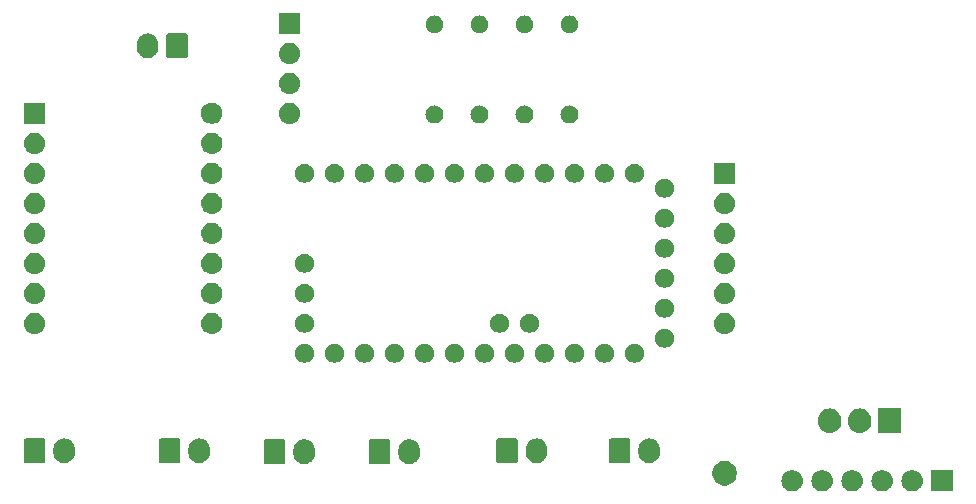
<source format=gbr>
G04 #@! TF.GenerationSoftware,KiCad,Pcbnew,5.0.2-bee76a0~70~ubuntu18.04.1*
G04 #@! TF.CreationDate,2020-05-13T22:11:56-07:00*
G04 #@! TF.ProjectId,auto-chicken-coop-door,6175746f-2d63-4686-9963-6b656e2d636f,rev?*
G04 #@! TF.SameCoordinates,Original*
G04 #@! TF.FileFunction,Soldermask,Bot*
G04 #@! TF.FilePolarity,Negative*
%FSLAX46Y46*%
G04 Gerber Fmt 4.6, Leading zero omitted, Abs format (unit mm)*
G04 Created by KiCad (PCBNEW 5.0.2-bee76a0~70~ubuntu18.04.1) date Wed 13 May 2020 10:11:56 PM PDT*
%MOMM*%
%LPD*%
G01*
G04 APERTURE LIST*
%ADD10C,0.100000*%
G04 APERTURE END LIST*
D10*
G36*
X214261000Y-117106000D02*
X212459000Y-117106000D01*
X212459000Y-115304000D01*
X214261000Y-115304000D01*
X214261000Y-117106000D01*
X214261000Y-117106000D01*
G37*
G36*
X210930442Y-115310518D02*
X210996627Y-115317037D01*
X211109853Y-115351384D01*
X211166467Y-115368557D01*
X211305087Y-115442652D01*
X211322991Y-115452222D01*
X211358729Y-115481552D01*
X211460186Y-115564814D01*
X211543448Y-115666271D01*
X211572778Y-115702009D01*
X211572779Y-115702011D01*
X211656443Y-115858533D01*
X211656443Y-115858534D01*
X211707963Y-116028373D01*
X211725359Y-116205000D01*
X211707963Y-116381627D01*
X211673616Y-116494853D01*
X211656443Y-116551467D01*
X211640865Y-116580611D01*
X211572778Y-116707991D01*
X211543448Y-116743729D01*
X211460186Y-116845186D01*
X211358729Y-116928448D01*
X211322991Y-116957778D01*
X211322989Y-116957779D01*
X211166467Y-117041443D01*
X211109853Y-117058616D01*
X210996627Y-117092963D01*
X210930443Y-117099481D01*
X210864260Y-117106000D01*
X210775740Y-117106000D01*
X210709557Y-117099481D01*
X210643373Y-117092963D01*
X210530147Y-117058616D01*
X210473533Y-117041443D01*
X210317011Y-116957779D01*
X210317009Y-116957778D01*
X210281271Y-116928448D01*
X210179814Y-116845186D01*
X210096552Y-116743729D01*
X210067222Y-116707991D01*
X209999135Y-116580611D01*
X209983557Y-116551467D01*
X209966384Y-116494853D01*
X209932037Y-116381627D01*
X209914641Y-116205000D01*
X209932037Y-116028373D01*
X209983557Y-115858534D01*
X209983557Y-115858533D01*
X210067221Y-115702011D01*
X210067222Y-115702009D01*
X210096552Y-115666271D01*
X210179814Y-115564814D01*
X210281271Y-115481552D01*
X210317009Y-115452222D01*
X210334913Y-115442652D01*
X210473533Y-115368557D01*
X210530147Y-115351384D01*
X210643373Y-115317037D01*
X210709558Y-115310518D01*
X210775740Y-115304000D01*
X210864260Y-115304000D01*
X210930442Y-115310518D01*
X210930442Y-115310518D01*
G37*
G36*
X200770442Y-115310518D02*
X200836627Y-115317037D01*
X200949853Y-115351384D01*
X201006467Y-115368557D01*
X201145087Y-115442652D01*
X201162991Y-115452222D01*
X201198729Y-115481552D01*
X201300186Y-115564814D01*
X201383448Y-115666271D01*
X201412778Y-115702009D01*
X201412779Y-115702011D01*
X201496443Y-115858533D01*
X201496443Y-115858534D01*
X201547963Y-116028373D01*
X201565359Y-116205000D01*
X201547963Y-116381627D01*
X201513616Y-116494853D01*
X201496443Y-116551467D01*
X201480865Y-116580611D01*
X201412778Y-116707991D01*
X201383448Y-116743729D01*
X201300186Y-116845186D01*
X201198729Y-116928448D01*
X201162991Y-116957778D01*
X201162989Y-116957779D01*
X201006467Y-117041443D01*
X200949853Y-117058616D01*
X200836627Y-117092963D01*
X200770443Y-117099481D01*
X200704260Y-117106000D01*
X200615740Y-117106000D01*
X200549557Y-117099481D01*
X200483373Y-117092963D01*
X200370147Y-117058616D01*
X200313533Y-117041443D01*
X200157011Y-116957779D01*
X200157009Y-116957778D01*
X200121271Y-116928448D01*
X200019814Y-116845186D01*
X199936552Y-116743729D01*
X199907222Y-116707991D01*
X199839135Y-116580611D01*
X199823557Y-116551467D01*
X199806384Y-116494853D01*
X199772037Y-116381627D01*
X199754641Y-116205000D01*
X199772037Y-116028373D01*
X199823557Y-115858534D01*
X199823557Y-115858533D01*
X199907221Y-115702011D01*
X199907222Y-115702009D01*
X199936552Y-115666271D01*
X200019814Y-115564814D01*
X200121271Y-115481552D01*
X200157009Y-115452222D01*
X200174913Y-115442652D01*
X200313533Y-115368557D01*
X200370147Y-115351384D01*
X200483373Y-115317037D01*
X200549558Y-115310518D01*
X200615740Y-115304000D01*
X200704260Y-115304000D01*
X200770442Y-115310518D01*
X200770442Y-115310518D01*
G37*
G36*
X203310442Y-115310518D02*
X203376627Y-115317037D01*
X203489853Y-115351384D01*
X203546467Y-115368557D01*
X203685087Y-115442652D01*
X203702991Y-115452222D01*
X203738729Y-115481552D01*
X203840186Y-115564814D01*
X203923448Y-115666271D01*
X203952778Y-115702009D01*
X203952779Y-115702011D01*
X204036443Y-115858533D01*
X204036443Y-115858534D01*
X204087963Y-116028373D01*
X204105359Y-116205000D01*
X204087963Y-116381627D01*
X204053616Y-116494853D01*
X204036443Y-116551467D01*
X204020865Y-116580611D01*
X203952778Y-116707991D01*
X203923448Y-116743729D01*
X203840186Y-116845186D01*
X203738729Y-116928448D01*
X203702991Y-116957778D01*
X203702989Y-116957779D01*
X203546467Y-117041443D01*
X203489853Y-117058616D01*
X203376627Y-117092963D01*
X203310443Y-117099481D01*
X203244260Y-117106000D01*
X203155740Y-117106000D01*
X203089557Y-117099481D01*
X203023373Y-117092963D01*
X202910147Y-117058616D01*
X202853533Y-117041443D01*
X202697011Y-116957779D01*
X202697009Y-116957778D01*
X202661271Y-116928448D01*
X202559814Y-116845186D01*
X202476552Y-116743729D01*
X202447222Y-116707991D01*
X202379135Y-116580611D01*
X202363557Y-116551467D01*
X202346384Y-116494853D01*
X202312037Y-116381627D01*
X202294641Y-116205000D01*
X202312037Y-116028373D01*
X202363557Y-115858534D01*
X202363557Y-115858533D01*
X202447221Y-115702011D01*
X202447222Y-115702009D01*
X202476552Y-115666271D01*
X202559814Y-115564814D01*
X202661271Y-115481552D01*
X202697009Y-115452222D01*
X202714913Y-115442652D01*
X202853533Y-115368557D01*
X202910147Y-115351384D01*
X203023373Y-115317037D01*
X203089558Y-115310518D01*
X203155740Y-115304000D01*
X203244260Y-115304000D01*
X203310442Y-115310518D01*
X203310442Y-115310518D01*
G37*
G36*
X208390442Y-115310518D02*
X208456627Y-115317037D01*
X208569853Y-115351384D01*
X208626467Y-115368557D01*
X208765087Y-115442652D01*
X208782991Y-115452222D01*
X208818729Y-115481552D01*
X208920186Y-115564814D01*
X209003448Y-115666271D01*
X209032778Y-115702009D01*
X209032779Y-115702011D01*
X209116443Y-115858533D01*
X209116443Y-115858534D01*
X209167963Y-116028373D01*
X209185359Y-116205000D01*
X209167963Y-116381627D01*
X209133616Y-116494853D01*
X209116443Y-116551467D01*
X209100865Y-116580611D01*
X209032778Y-116707991D01*
X209003448Y-116743729D01*
X208920186Y-116845186D01*
X208818729Y-116928448D01*
X208782991Y-116957778D01*
X208782989Y-116957779D01*
X208626467Y-117041443D01*
X208569853Y-117058616D01*
X208456627Y-117092963D01*
X208390443Y-117099481D01*
X208324260Y-117106000D01*
X208235740Y-117106000D01*
X208169557Y-117099481D01*
X208103373Y-117092963D01*
X207990147Y-117058616D01*
X207933533Y-117041443D01*
X207777011Y-116957779D01*
X207777009Y-116957778D01*
X207741271Y-116928448D01*
X207639814Y-116845186D01*
X207556552Y-116743729D01*
X207527222Y-116707991D01*
X207459135Y-116580611D01*
X207443557Y-116551467D01*
X207426384Y-116494853D01*
X207392037Y-116381627D01*
X207374641Y-116205000D01*
X207392037Y-116028373D01*
X207443557Y-115858534D01*
X207443557Y-115858533D01*
X207527221Y-115702011D01*
X207527222Y-115702009D01*
X207556552Y-115666271D01*
X207639814Y-115564814D01*
X207741271Y-115481552D01*
X207777009Y-115452222D01*
X207794913Y-115442652D01*
X207933533Y-115368557D01*
X207990147Y-115351384D01*
X208103373Y-115317037D01*
X208169558Y-115310518D01*
X208235740Y-115304000D01*
X208324260Y-115304000D01*
X208390442Y-115310518D01*
X208390442Y-115310518D01*
G37*
G36*
X205850442Y-115310518D02*
X205916627Y-115317037D01*
X206029853Y-115351384D01*
X206086467Y-115368557D01*
X206225087Y-115442652D01*
X206242991Y-115452222D01*
X206278729Y-115481552D01*
X206380186Y-115564814D01*
X206463448Y-115666271D01*
X206492778Y-115702009D01*
X206492779Y-115702011D01*
X206576443Y-115858533D01*
X206576443Y-115858534D01*
X206627963Y-116028373D01*
X206645359Y-116205000D01*
X206627963Y-116381627D01*
X206593616Y-116494853D01*
X206576443Y-116551467D01*
X206560865Y-116580611D01*
X206492778Y-116707991D01*
X206463448Y-116743729D01*
X206380186Y-116845186D01*
X206278729Y-116928448D01*
X206242991Y-116957778D01*
X206242989Y-116957779D01*
X206086467Y-117041443D01*
X206029853Y-117058616D01*
X205916627Y-117092963D01*
X205850443Y-117099481D01*
X205784260Y-117106000D01*
X205695740Y-117106000D01*
X205629557Y-117099481D01*
X205563373Y-117092963D01*
X205450147Y-117058616D01*
X205393533Y-117041443D01*
X205237011Y-116957779D01*
X205237009Y-116957778D01*
X205201271Y-116928448D01*
X205099814Y-116845186D01*
X205016552Y-116743729D01*
X204987222Y-116707991D01*
X204919135Y-116580611D01*
X204903557Y-116551467D01*
X204886384Y-116494853D01*
X204852037Y-116381627D01*
X204834641Y-116205000D01*
X204852037Y-116028373D01*
X204903557Y-115858534D01*
X204903557Y-115858533D01*
X204987221Y-115702011D01*
X204987222Y-115702009D01*
X205016552Y-115666271D01*
X205099814Y-115564814D01*
X205201271Y-115481552D01*
X205237009Y-115452222D01*
X205254913Y-115442652D01*
X205393533Y-115368557D01*
X205450147Y-115351384D01*
X205563373Y-115317037D01*
X205629558Y-115310518D01*
X205695740Y-115304000D01*
X205784260Y-115304000D01*
X205850442Y-115310518D01*
X205850442Y-115310518D01*
G37*
G36*
X195251565Y-114559389D02*
X195442834Y-114638615D01*
X195614976Y-114753637D01*
X195761363Y-114900024D01*
X195876385Y-115072166D01*
X195955611Y-115263435D01*
X195996000Y-115466484D01*
X195996000Y-115673516D01*
X195955611Y-115876565D01*
X195876385Y-116067834D01*
X195761363Y-116239976D01*
X195614976Y-116386363D01*
X195442834Y-116501385D01*
X195251565Y-116580611D01*
X195048516Y-116621000D01*
X194841484Y-116621000D01*
X194638435Y-116580611D01*
X194447166Y-116501385D01*
X194275024Y-116386363D01*
X194128637Y-116239976D01*
X194013615Y-116067834D01*
X193934389Y-115876565D01*
X193894000Y-115673516D01*
X193894000Y-115466484D01*
X193934389Y-115263435D01*
X194013615Y-115072166D01*
X194128637Y-114900024D01*
X194275024Y-114753637D01*
X194447166Y-114638615D01*
X194638435Y-114559389D01*
X194841484Y-114519000D01*
X195048516Y-114519000D01*
X195251565Y-114559389D01*
X195251565Y-114559389D01*
G37*
G36*
X159521626Y-112708038D02*
X159634852Y-112742385D01*
X159691466Y-112759558D01*
X159847989Y-112843222D01*
X159985186Y-112955815D01*
X160068448Y-113057272D01*
X160097778Y-113093010D01*
X160097779Y-113093012D01*
X160181443Y-113249534D01*
X160198616Y-113306148D01*
X160232963Y-113419374D01*
X160246000Y-113551743D01*
X160246000Y-113940258D01*
X160232963Y-114072627D01*
X160181443Y-114242467D01*
X160097778Y-114398992D01*
X160097777Y-114398993D01*
X159985186Y-114536187D01*
X159890251Y-114614097D01*
X159847991Y-114648779D01*
X159847989Y-114648780D01*
X159691467Y-114732444D01*
X159650734Y-114744800D01*
X159521627Y-114783964D01*
X159345000Y-114801360D01*
X159168374Y-114783964D01*
X159039267Y-114744800D01*
X158998534Y-114732444D01*
X158842012Y-114648780D01*
X158842010Y-114648779D01*
X158704816Y-114536187D01*
X158704812Y-114536184D01*
X158592222Y-114398993D01*
X158508557Y-114242468D01*
X158483986Y-114161466D01*
X158457037Y-114072628D01*
X158444000Y-113940259D01*
X158444000Y-113551744D01*
X158457037Y-113419375D01*
X158508557Y-113249536D01*
X158508557Y-113249535D01*
X158592221Y-113093012D01*
X158704814Y-112955815D01*
X158806271Y-112872553D01*
X158842009Y-112843223D01*
X158871797Y-112827301D01*
X158998533Y-112759558D01*
X159055147Y-112742385D01*
X159168373Y-112708038D01*
X159345000Y-112690642D01*
X159521626Y-112708038D01*
X159521626Y-112708038D01*
G37*
G36*
X168411626Y-112708038D02*
X168524852Y-112742385D01*
X168581466Y-112759558D01*
X168737989Y-112843222D01*
X168875186Y-112955815D01*
X168958448Y-113057272D01*
X168987778Y-113093010D01*
X168987779Y-113093012D01*
X169071443Y-113249534D01*
X169088616Y-113306148D01*
X169122963Y-113419374D01*
X169136000Y-113551743D01*
X169136000Y-113940258D01*
X169122963Y-114072627D01*
X169071443Y-114242467D01*
X168987778Y-114398992D01*
X168987777Y-114398993D01*
X168875186Y-114536187D01*
X168780251Y-114614097D01*
X168737991Y-114648779D01*
X168737989Y-114648780D01*
X168581467Y-114732444D01*
X168540734Y-114744800D01*
X168411627Y-114783964D01*
X168235000Y-114801360D01*
X168058374Y-114783964D01*
X167929267Y-114744800D01*
X167888534Y-114732444D01*
X167732012Y-114648780D01*
X167732010Y-114648779D01*
X167594816Y-114536187D01*
X167594812Y-114536184D01*
X167482222Y-114398993D01*
X167398557Y-114242468D01*
X167373986Y-114161466D01*
X167347037Y-114072628D01*
X167334000Y-113940259D01*
X167334000Y-113551744D01*
X167347037Y-113419375D01*
X167398557Y-113249536D01*
X167398557Y-113249535D01*
X167482221Y-113093012D01*
X167594814Y-112955815D01*
X167696271Y-112872553D01*
X167732009Y-112843223D01*
X167761797Y-112827301D01*
X167888533Y-112759558D01*
X167945147Y-112742385D01*
X168058373Y-112708038D01*
X168235000Y-112690642D01*
X168411626Y-112708038D01*
X168411626Y-112708038D01*
G37*
G36*
X157603600Y-112698990D02*
X157636649Y-112709015D01*
X157667106Y-112725295D01*
X157693799Y-112747202D01*
X157715706Y-112773895D01*
X157731986Y-112804352D01*
X157742011Y-112837401D01*
X157746000Y-112877905D01*
X157746000Y-114614097D01*
X157742011Y-114654601D01*
X157731986Y-114687650D01*
X157715706Y-114718107D01*
X157693799Y-114744800D01*
X157667106Y-114766707D01*
X157636649Y-114782987D01*
X157603600Y-114793012D01*
X157563096Y-114797001D01*
X156126904Y-114797001D01*
X156086400Y-114793012D01*
X156053351Y-114782987D01*
X156022894Y-114766707D01*
X155996201Y-114744800D01*
X155974294Y-114718107D01*
X155958014Y-114687650D01*
X155947989Y-114654601D01*
X155944000Y-114614097D01*
X155944000Y-112877905D01*
X155947989Y-112837401D01*
X155958014Y-112804352D01*
X155974294Y-112773895D01*
X155996201Y-112747202D01*
X156022894Y-112725295D01*
X156053351Y-112709015D01*
X156086400Y-112698990D01*
X156126904Y-112695001D01*
X157563096Y-112695001D01*
X157603600Y-112698990D01*
X157603600Y-112698990D01*
G37*
G36*
X166493600Y-112698990D02*
X166526649Y-112709015D01*
X166557106Y-112725295D01*
X166583799Y-112747202D01*
X166605706Y-112773895D01*
X166621986Y-112804352D01*
X166632011Y-112837401D01*
X166636000Y-112877905D01*
X166636000Y-114614097D01*
X166632011Y-114654601D01*
X166621986Y-114687650D01*
X166605706Y-114718107D01*
X166583799Y-114744800D01*
X166557106Y-114766707D01*
X166526649Y-114782987D01*
X166493600Y-114793012D01*
X166453096Y-114797001D01*
X165016904Y-114797001D01*
X164976400Y-114793012D01*
X164943351Y-114782987D01*
X164912894Y-114766707D01*
X164886201Y-114744800D01*
X164864294Y-114718107D01*
X164848014Y-114687650D01*
X164837989Y-114654601D01*
X164834000Y-114614097D01*
X164834000Y-112877905D01*
X164837989Y-112837401D01*
X164848014Y-112804352D01*
X164864294Y-112773895D01*
X164886201Y-112747202D01*
X164912894Y-112725295D01*
X164943351Y-112709015D01*
X164976400Y-112698990D01*
X165016904Y-112695001D01*
X166453096Y-112695001D01*
X166493600Y-112698990D01*
X166493600Y-112698990D01*
G37*
G36*
X139201626Y-112627037D02*
X139314852Y-112661384D01*
X139371466Y-112678557D01*
X139527989Y-112762221D01*
X139665186Y-112874814D01*
X139735096Y-112960001D01*
X139777778Y-113012009D01*
X139777779Y-113012011D01*
X139861443Y-113168533D01*
X139878616Y-113225147D01*
X139912963Y-113338373D01*
X139926000Y-113470742D01*
X139926000Y-113859257D01*
X139912963Y-113991626D01*
X139861443Y-114161466D01*
X139777778Y-114317991D01*
X139777777Y-114317992D01*
X139665186Y-114455186D01*
X139563729Y-114538448D01*
X139527991Y-114567778D01*
X139527989Y-114567779D01*
X139371467Y-114651443D01*
X139330734Y-114663799D01*
X139201627Y-114702963D01*
X139025000Y-114720359D01*
X138848374Y-114702963D01*
X138719267Y-114663799D01*
X138678534Y-114651443D01*
X138522012Y-114567779D01*
X138522010Y-114567778D01*
X138384816Y-114455186D01*
X138384812Y-114455183D01*
X138272222Y-114317992D01*
X138188557Y-114161467D01*
X138171384Y-114104853D01*
X138137037Y-113991627D01*
X138124000Y-113859258D01*
X138124000Y-113470743D01*
X138137037Y-113338374D01*
X138188557Y-113168535D01*
X138188557Y-113168534D01*
X138272221Y-113012011D01*
X138384814Y-112874814D01*
X138486271Y-112791552D01*
X138522009Y-112762222D01*
X138564215Y-112739662D01*
X138678533Y-112678557D01*
X138735147Y-112661384D01*
X138848373Y-112627037D01*
X139025000Y-112609641D01*
X139201626Y-112627037D01*
X139201626Y-112627037D01*
G37*
G36*
X150631626Y-112627037D02*
X150744852Y-112661384D01*
X150801466Y-112678557D01*
X150957989Y-112762221D01*
X151095186Y-112874814D01*
X151165096Y-112960001D01*
X151207778Y-113012009D01*
X151207779Y-113012011D01*
X151291443Y-113168533D01*
X151308616Y-113225147D01*
X151342963Y-113338373D01*
X151356000Y-113470742D01*
X151356000Y-113859257D01*
X151342963Y-113991626D01*
X151291443Y-114161466D01*
X151207778Y-114317991D01*
X151207777Y-114317992D01*
X151095186Y-114455186D01*
X150993729Y-114538448D01*
X150957991Y-114567778D01*
X150957989Y-114567779D01*
X150801467Y-114651443D01*
X150760734Y-114663799D01*
X150631627Y-114702963D01*
X150455000Y-114720359D01*
X150278374Y-114702963D01*
X150149267Y-114663799D01*
X150108534Y-114651443D01*
X149952012Y-114567779D01*
X149952010Y-114567778D01*
X149814816Y-114455186D01*
X149814812Y-114455183D01*
X149702222Y-114317992D01*
X149618557Y-114161467D01*
X149601384Y-114104853D01*
X149567037Y-113991627D01*
X149554000Y-113859258D01*
X149554000Y-113470743D01*
X149567037Y-113338374D01*
X149618557Y-113168535D01*
X149618557Y-113168534D01*
X149702221Y-113012011D01*
X149814814Y-112874814D01*
X149916271Y-112791552D01*
X149952009Y-112762222D01*
X149994215Y-112739662D01*
X150108533Y-112678557D01*
X150165147Y-112661384D01*
X150278373Y-112627037D01*
X150455000Y-112609641D01*
X150631626Y-112627037D01*
X150631626Y-112627037D01*
G37*
G36*
X179206626Y-112627037D02*
X179319852Y-112661384D01*
X179376466Y-112678557D01*
X179532989Y-112762221D01*
X179670186Y-112874814D01*
X179740096Y-112960001D01*
X179782778Y-113012009D01*
X179782779Y-113012011D01*
X179866443Y-113168533D01*
X179883616Y-113225147D01*
X179917963Y-113338373D01*
X179931000Y-113470742D01*
X179931000Y-113859257D01*
X179917963Y-113991626D01*
X179866443Y-114161466D01*
X179782778Y-114317991D01*
X179782777Y-114317992D01*
X179670186Y-114455186D01*
X179568729Y-114538448D01*
X179532991Y-114567778D01*
X179532989Y-114567779D01*
X179376467Y-114651443D01*
X179335734Y-114663799D01*
X179206627Y-114702963D01*
X179030000Y-114720359D01*
X178853374Y-114702963D01*
X178724267Y-114663799D01*
X178683534Y-114651443D01*
X178527012Y-114567779D01*
X178527010Y-114567778D01*
X178389816Y-114455186D01*
X178389812Y-114455183D01*
X178277222Y-114317992D01*
X178193557Y-114161467D01*
X178176384Y-114104853D01*
X178142037Y-113991627D01*
X178129000Y-113859258D01*
X178129000Y-113470743D01*
X178142037Y-113338374D01*
X178193557Y-113168535D01*
X178193557Y-113168534D01*
X178277221Y-113012011D01*
X178389814Y-112874814D01*
X178491271Y-112791552D01*
X178527009Y-112762222D01*
X178569215Y-112739662D01*
X178683533Y-112678557D01*
X178740147Y-112661384D01*
X178853373Y-112627037D01*
X179030000Y-112609641D01*
X179206626Y-112627037D01*
X179206626Y-112627037D01*
G37*
G36*
X188731626Y-112627037D02*
X188844852Y-112661384D01*
X188901466Y-112678557D01*
X189057989Y-112762221D01*
X189195186Y-112874814D01*
X189265096Y-112960001D01*
X189307778Y-113012009D01*
X189307779Y-113012011D01*
X189391443Y-113168533D01*
X189408616Y-113225147D01*
X189442963Y-113338373D01*
X189456000Y-113470742D01*
X189456000Y-113859257D01*
X189442963Y-113991626D01*
X189391443Y-114161466D01*
X189307778Y-114317991D01*
X189307777Y-114317992D01*
X189195186Y-114455186D01*
X189093729Y-114538448D01*
X189057991Y-114567778D01*
X189057989Y-114567779D01*
X188901467Y-114651443D01*
X188860734Y-114663799D01*
X188731627Y-114702963D01*
X188555000Y-114720359D01*
X188378374Y-114702963D01*
X188249267Y-114663799D01*
X188208534Y-114651443D01*
X188052012Y-114567779D01*
X188052010Y-114567778D01*
X187914816Y-114455186D01*
X187914812Y-114455183D01*
X187802222Y-114317992D01*
X187718557Y-114161467D01*
X187701384Y-114104853D01*
X187667037Y-113991627D01*
X187654000Y-113859258D01*
X187654000Y-113470743D01*
X187667037Y-113338374D01*
X187718557Y-113168535D01*
X187718557Y-113168534D01*
X187802221Y-113012011D01*
X187914814Y-112874814D01*
X188016271Y-112791552D01*
X188052009Y-112762222D01*
X188094215Y-112739662D01*
X188208533Y-112678557D01*
X188265147Y-112661384D01*
X188378373Y-112627037D01*
X188555000Y-112609641D01*
X188731626Y-112627037D01*
X188731626Y-112627037D01*
G37*
G36*
X148713600Y-112617989D02*
X148746649Y-112628014D01*
X148777106Y-112644294D01*
X148803799Y-112666201D01*
X148825706Y-112692894D01*
X148841986Y-112723351D01*
X148852011Y-112756400D01*
X148856000Y-112796904D01*
X148856000Y-114533096D01*
X148852011Y-114573600D01*
X148841986Y-114606649D01*
X148825706Y-114637106D01*
X148803799Y-114663799D01*
X148777106Y-114685706D01*
X148746649Y-114701986D01*
X148713600Y-114712011D01*
X148673096Y-114716000D01*
X147236904Y-114716000D01*
X147196400Y-114712011D01*
X147163351Y-114701986D01*
X147132894Y-114685706D01*
X147106201Y-114663799D01*
X147084294Y-114637106D01*
X147068014Y-114606649D01*
X147057989Y-114573600D01*
X147054000Y-114533096D01*
X147054000Y-112796904D01*
X147057989Y-112756400D01*
X147068014Y-112723351D01*
X147084294Y-112692894D01*
X147106201Y-112666201D01*
X147132894Y-112644294D01*
X147163351Y-112628014D01*
X147196400Y-112617989D01*
X147236904Y-112614000D01*
X148673096Y-112614000D01*
X148713600Y-112617989D01*
X148713600Y-112617989D01*
G37*
G36*
X137283600Y-112617989D02*
X137316649Y-112628014D01*
X137347106Y-112644294D01*
X137373799Y-112666201D01*
X137395706Y-112692894D01*
X137411986Y-112723351D01*
X137422011Y-112756400D01*
X137426000Y-112796904D01*
X137426000Y-114533096D01*
X137422011Y-114573600D01*
X137411986Y-114606649D01*
X137395706Y-114637106D01*
X137373799Y-114663799D01*
X137347106Y-114685706D01*
X137316649Y-114701986D01*
X137283600Y-114712011D01*
X137243096Y-114716000D01*
X135806904Y-114716000D01*
X135766400Y-114712011D01*
X135733351Y-114701986D01*
X135702894Y-114685706D01*
X135676201Y-114663799D01*
X135654294Y-114637106D01*
X135638014Y-114606649D01*
X135627989Y-114573600D01*
X135624000Y-114533096D01*
X135624000Y-112796904D01*
X135627989Y-112756400D01*
X135638014Y-112723351D01*
X135654294Y-112692894D01*
X135676201Y-112666201D01*
X135702894Y-112644294D01*
X135733351Y-112628014D01*
X135766400Y-112617989D01*
X135806904Y-112614000D01*
X137243096Y-112614000D01*
X137283600Y-112617989D01*
X137283600Y-112617989D01*
G37*
G36*
X177288600Y-112617989D02*
X177321649Y-112628014D01*
X177352106Y-112644294D01*
X177378799Y-112666201D01*
X177400706Y-112692894D01*
X177416986Y-112723351D01*
X177427011Y-112756400D01*
X177431000Y-112796904D01*
X177431000Y-114533096D01*
X177427011Y-114573600D01*
X177416986Y-114606649D01*
X177400706Y-114637106D01*
X177378799Y-114663799D01*
X177352106Y-114685706D01*
X177321649Y-114701986D01*
X177288600Y-114712011D01*
X177248096Y-114716000D01*
X175811904Y-114716000D01*
X175771400Y-114712011D01*
X175738351Y-114701986D01*
X175707894Y-114685706D01*
X175681201Y-114663799D01*
X175659294Y-114637106D01*
X175643014Y-114606649D01*
X175632989Y-114573600D01*
X175629000Y-114533096D01*
X175629000Y-112796904D01*
X175632989Y-112756400D01*
X175643014Y-112723351D01*
X175659294Y-112692894D01*
X175681201Y-112666201D01*
X175707894Y-112644294D01*
X175738351Y-112628014D01*
X175771400Y-112617989D01*
X175811904Y-112614000D01*
X177248096Y-112614000D01*
X177288600Y-112617989D01*
X177288600Y-112617989D01*
G37*
G36*
X186813600Y-112617989D02*
X186846649Y-112628014D01*
X186877106Y-112644294D01*
X186903799Y-112666201D01*
X186925706Y-112692894D01*
X186941986Y-112723351D01*
X186952011Y-112756400D01*
X186956000Y-112796904D01*
X186956000Y-114533096D01*
X186952011Y-114573600D01*
X186941986Y-114606649D01*
X186925706Y-114637106D01*
X186903799Y-114663799D01*
X186877106Y-114685706D01*
X186846649Y-114701986D01*
X186813600Y-114712011D01*
X186773096Y-114716000D01*
X185336904Y-114716000D01*
X185296400Y-114712011D01*
X185263351Y-114701986D01*
X185232894Y-114685706D01*
X185206201Y-114663799D01*
X185184294Y-114637106D01*
X185168014Y-114606649D01*
X185157989Y-114573600D01*
X185154000Y-114533096D01*
X185154000Y-112796904D01*
X185157989Y-112756400D01*
X185168014Y-112723351D01*
X185184294Y-112692894D01*
X185206201Y-112666201D01*
X185232894Y-112644294D01*
X185263351Y-112628014D01*
X185296400Y-112617989D01*
X185336904Y-112614000D01*
X186773096Y-112614000D01*
X186813600Y-112617989D01*
X186813600Y-112617989D01*
G37*
G36*
X204031720Y-110088520D02*
X204220881Y-110145901D01*
X204395212Y-110239083D01*
X204548015Y-110364485D01*
X204673417Y-110517288D01*
X204766599Y-110691620D01*
X204823980Y-110880781D01*
X204838500Y-111028207D01*
X204838500Y-111221794D01*
X204823980Y-111369220D01*
X204766599Y-111558381D01*
X204673417Y-111732712D01*
X204548015Y-111885515D01*
X204395212Y-112010917D01*
X204220880Y-112104099D01*
X204031719Y-112161480D01*
X203835000Y-112180855D01*
X203638280Y-112161480D01*
X203449119Y-112104099D01*
X203274788Y-112010917D01*
X203121985Y-111885515D01*
X202996583Y-111732712D01*
X202903401Y-111558380D01*
X202846020Y-111369219D01*
X202831500Y-111221793D01*
X202831500Y-111028206D01*
X202846020Y-110880780D01*
X202903401Y-110691619D01*
X202996583Y-110517288D01*
X203121985Y-110364485D01*
X203274788Y-110239083D01*
X203449120Y-110145901D01*
X203638281Y-110088520D01*
X203835000Y-110069145D01*
X204031720Y-110088520D01*
X204031720Y-110088520D01*
G37*
G36*
X206571720Y-110088520D02*
X206760881Y-110145901D01*
X206935212Y-110239083D01*
X207088015Y-110364485D01*
X207213417Y-110517288D01*
X207306599Y-110691620D01*
X207363980Y-110880781D01*
X207378500Y-111028207D01*
X207378500Y-111221794D01*
X207363980Y-111369220D01*
X207306599Y-111558381D01*
X207213417Y-111732712D01*
X207088015Y-111885515D01*
X206935212Y-112010917D01*
X206760880Y-112104099D01*
X206571719Y-112161480D01*
X206375000Y-112180855D01*
X206178280Y-112161480D01*
X205989119Y-112104099D01*
X205814788Y-112010917D01*
X205661985Y-111885515D01*
X205536583Y-111732712D01*
X205443401Y-111558380D01*
X205386020Y-111369219D01*
X205371500Y-111221793D01*
X205371500Y-111028206D01*
X205386020Y-110880780D01*
X205443401Y-110691619D01*
X205536583Y-110517288D01*
X205661985Y-110364485D01*
X205814788Y-110239083D01*
X205989120Y-110145901D01*
X206178281Y-110088520D01*
X206375000Y-110069145D01*
X206571720Y-110088520D01*
X206571720Y-110088520D01*
G37*
G36*
X209918500Y-112176000D02*
X207911500Y-112176000D01*
X207911500Y-110074000D01*
X209918500Y-110074000D01*
X209918500Y-112176000D01*
X209918500Y-112176000D01*
G37*
G36*
X174859807Y-104635935D02*
X174859809Y-104635936D01*
X174859810Y-104635936D01*
X175006310Y-104696618D01*
X175006311Y-104696619D01*
X175138161Y-104784718D01*
X175250282Y-104896839D01*
X175250284Y-104896842D01*
X175338382Y-105028690D01*
X175399064Y-105175190D01*
X175430000Y-105330714D01*
X175430000Y-105489286D01*
X175399064Y-105644810D01*
X175338382Y-105791310D01*
X175338381Y-105791311D01*
X175250282Y-105923161D01*
X175138161Y-106035282D01*
X175138158Y-106035284D01*
X175006310Y-106123382D01*
X174859810Y-106184064D01*
X174859809Y-106184064D01*
X174859807Y-106184065D01*
X174704287Y-106215000D01*
X174545713Y-106215000D01*
X174390193Y-106184065D01*
X174390191Y-106184064D01*
X174390190Y-106184064D01*
X174243690Y-106123382D01*
X174111842Y-106035284D01*
X174111839Y-106035282D01*
X173999718Y-105923161D01*
X173911619Y-105791311D01*
X173911618Y-105791310D01*
X173850936Y-105644810D01*
X173820000Y-105489286D01*
X173820000Y-105330714D01*
X173850936Y-105175190D01*
X173911618Y-105028690D01*
X173999716Y-104896842D01*
X173999718Y-104896839D01*
X174111839Y-104784718D01*
X174243689Y-104696619D01*
X174243690Y-104696618D01*
X174390190Y-104635936D01*
X174390191Y-104635936D01*
X174390193Y-104635935D01*
X174545713Y-104605000D01*
X174704287Y-104605000D01*
X174859807Y-104635935D01*
X174859807Y-104635935D01*
G37*
G36*
X162159807Y-104635935D02*
X162159809Y-104635936D01*
X162159810Y-104635936D01*
X162306310Y-104696618D01*
X162306311Y-104696619D01*
X162438161Y-104784718D01*
X162550282Y-104896839D01*
X162550284Y-104896842D01*
X162638382Y-105028690D01*
X162699064Y-105175190D01*
X162730000Y-105330714D01*
X162730000Y-105489286D01*
X162699064Y-105644810D01*
X162638382Y-105791310D01*
X162638381Y-105791311D01*
X162550282Y-105923161D01*
X162438161Y-106035282D01*
X162438158Y-106035284D01*
X162306310Y-106123382D01*
X162159810Y-106184064D01*
X162159809Y-106184064D01*
X162159807Y-106184065D01*
X162004287Y-106215000D01*
X161845713Y-106215000D01*
X161690193Y-106184065D01*
X161690191Y-106184064D01*
X161690190Y-106184064D01*
X161543690Y-106123382D01*
X161411842Y-106035284D01*
X161411839Y-106035282D01*
X161299718Y-105923161D01*
X161211619Y-105791311D01*
X161211618Y-105791310D01*
X161150936Y-105644810D01*
X161120000Y-105489286D01*
X161120000Y-105330714D01*
X161150936Y-105175190D01*
X161211618Y-105028690D01*
X161299716Y-104896842D01*
X161299718Y-104896839D01*
X161411839Y-104784718D01*
X161543689Y-104696619D01*
X161543690Y-104696618D01*
X161690190Y-104635936D01*
X161690191Y-104635936D01*
X161690193Y-104635935D01*
X161845713Y-104605000D01*
X162004287Y-104605000D01*
X162159807Y-104635935D01*
X162159807Y-104635935D01*
G37*
G36*
X159619807Y-104635935D02*
X159619809Y-104635936D01*
X159619810Y-104635936D01*
X159766310Y-104696618D01*
X159766311Y-104696619D01*
X159898161Y-104784718D01*
X160010282Y-104896839D01*
X160010284Y-104896842D01*
X160098382Y-105028690D01*
X160159064Y-105175190D01*
X160190000Y-105330714D01*
X160190000Y-105489286D01*
X160159064Y-105644810D01*
X160098382Y-105791310D01*
X160098381Y-105791311D01*
X160010282Y-105923161D01*
X159898161Y-106035282D01*
X159898158Y-106035284D01*
X159766310Y-106123382D01*
X159619810Y-106184064D01*
X159619809Y-106184064D01*
X159619807Y-106184065D01*
X159464287Y-106215000D01*
X159305713Y-106215000D01*
X159150193Y-106184065D01*
X159150191Y-106184064D01*
X159150190Y-106184064D01*
X159003690Y-106123382D01*
X158871842Y-106035284D01*
X158871839Y-106035282D01*
X158759718Y-105923161D01*
X158671619Y-105791311D01*
X158671618Y-105791310D01*
X158610936Y-105644810D01*
X158580000Y-105489286D01*
X158580000Y-105330714D01*
X158610936Y-105175190D01*
X158671618Y-105028690D01*
X158759716Y-104896842D01*
X158759718Y-104896839D01*
X158871839Y-104784718D01*
X159003689Y-104696619D01*
X159003690Y-104696618D01*
X159150190Y-104635936D01*
X159150191Y-104635936D01*
X159150193Y-104635935D01*
X159305713Y-104605000D01*
X159464287Y-104605000D01*
X159619807Y-104635935D01*
X159619807Y-104635935D01*
G37*
G36*
X167239807Y-104635935D02*
X167239809Y-104635936D01*
X167239810Y-104635936D01*
X167386310Y-104696618D01*
X167386311Y-104696619D01*
X167518161Y-104784718D01*
X167630282Y-104896839D01*
X167630284Y-104896842D01*
X167718382Y-105028690D01*
X167779064Y-105175190D01*
X167810000Y-105330714D01*
X167810000Y-105489286D01*
X167779064Y-105644810D01*
X167718382Y-105791310D01*
X167718381Y-105791311D01*
X167630282Y-105923161D01*
X167518161Y-106035282D01*
X167518158Y-106035284D01*
X167386310Y-106123382D01*
X167239810Y-106184064D01*
X167239809Y-106184064D01*
X167239807Y-106184065D01*
X167084287Y-106215000D01*
X166925713Y-106215000D01*
X166770193Y-106184065D01*
X166770191Y-106184064D01*
X166770190Y-106184064D01*
X166623690Y-106123382D01*
X166491842Y-106035284D01*
X166491839Y-106035282D01*
X166379718Y-105923161D01*
X166291619Y-105791311D01*
X166291618Y-105791310D01*
X166230936Y-105644810D01*
X166200000Y-105489286D01*
X166200000Y-105330714D01*
X166230936Y-105175190D01*
X166291618Y-105028690D01*
X166379716Y-104896842D01*
X166379718Y-104896839D01*
X166491839Y-104784718D01*
X166623689Y-104696619D01*
X166623690Y-104696618D01*
X166770190Y-104635936D01*
X166770191Y-104635936D01*
X166770193Y-104635935D01*
X166925713Y-104605000D01*
X167084287Y-104605000D01*
X167239807Y-104635935D01*
X167239807Y-104635935D01*
G37*
G36*
X187559807Y-104635935D02*
X187559809Y-104635936D01*
X187559810Y-104635936D01*
X187706310Y-104696618D01*
X187706311Y-104696619D01*
X187838161Y-104784718D01*
X187950282Y-104896839D01*
X187950284Y-104896842D01*
X188038382Y-105028690D01*
X188099064Y-105175190D01*
X188130000Y-105330714D01*
X188130000Y-105489286D01*
X188099064Y-105644810D01*
X188038382Y-105791310D01*
X188038381Y-105791311D01*
X187950282Y-105923161D01*
X187838161Y-106035282D01*
X187838158Y-106035284D01*
X187706310Y-106123382D01*
X187559810Y-106184064D01*
X187559809Y-106184064D01*
X187559807Y-106184065D01*
X187404287Y-106215000D01*
X187245713Y-106215000D01*
X187090193Y-106184065D01*
X187090191Y-106184064D01*
X187090190Y-106184064D01*
X186943690Y-106123382D01*
X186811842Y-106035284D01*
X186811839Y-106035282D01*
X186699718Y-105923161D01*
X186611619Y-105791311D01*
X186611618Y-105791310D01*
X186550936Y-105644810D01*
X186520000Y-105489286D01*
X186520000Y-105330714D01*
X186550936Y-105175190D01*
X186611618Y-105028690D01*
X186699716Y-104896842D01*
X186699718Y-104896839D01*
X186811839Y-104784718D01*
X186943689Y-104696619D01*
X186943690Y-104696618D01*
X187090190Y-104635936D01*
X187090191Y-104635936D01*
X187090193Y-104635935D01*
X187245713Y-104605000D01*
X187404287Y-104605000D01*
X187559807Y-104635935D01*
X187559807Y-104635935D01*
G37*
G36*
X185019807Y-104635935D02*
X185019809Y-104635936D01*
X185019810Y-104635936D01*
X185166310Y-104696618D01*
X185166311Y-104696619D01*
X185298161Y-104784718D01*
X185410282Y-104896839D01*
X185410284Y-104896842D01*
X185498382Y-105028690D01*
X185559064Y-105175190D01*
X185590000Y-105330714D01*
X185590000Y-105489286D01*
X185559064Y-105644810D01*
X185498382Y-105791310D01*
X185498381Y-105791311D01*
X185410282Y-105923161D01*
X185298161Y-106035282D01*
X185298158Y-106035284D01*
X185166310Y-106123382D01*
X185019810Y-106184064D01*
X185019809Y-106184064D01*
X185019807Y-106184065D01*
X184864287Y-106215000D01*
X184705713Y-106215000D01*
X184550193Y-106184065D01*
X184550191Y-106184064D01*
X184550190Y-106184064D01*
X184403690Y-106123382D01*
X184271842Y-106035284D01*
X184271839Y-106035282D01*
X184159718Y-105923161D01*
X184071619Y-105791311D01*
X184071618Y-105791310D01*
X184010936Y-105644810D01*
X183980000Y-105489286D01*
X183980000Y-105330714D01*
X184010936Y-105175190D01*
X184071618Y-105028690D01*
X184159716Y-104896842D01*
X184159718Y-104896839D01*
X184271839Y-104784718D01*
X184403689Y-104696619D01*
X184403690Y-104696618D01*
X184550190Y-104635936D01*
X184550191Y-104635936D01*
X184550193Y-104635935D01*
X184705713Y-104605000D01*
X184864287Y-104605000D01*
X185019807Y-104635935D01*
X185019807Y-104635935D01*
G37*
G36*
X179939807Y-104635935D02*
X179939809Y-104635936D01*
X179939810Y-104635936D01*
X180086310Y-104696618D01*
X180086311Y-104696619D01*
X180218161Y-104784718D01*
X180330282Y-104896839D01*
X180330284Y-104896842D01*
X180418382Y-105028690D01*
X180479064Y-105175190D01*
X180510000Y-105330714D01*
X180510000Y-105489286D01*
X180479064Y-105644810D01*
X180418382Y-105791310D01*
X180418381Y-105791311D01*
X180330282Y-105923161D01*
X180218161Y-106035282D01*
X180218158Y-106035284D01*
X180086310Y-106123382D01*
X179939810Y-106184064D01*
X179939809Y-106184064D01*
X179939807Y-106184065D01*
X179784287Y-106215000D01*
X179625713Y-106215000D01*
X179470193Y-106184065D01*
X179470191Y-106184064D01*
X179470190Y-106184064D01*
X179323690Y-106123382D01*
X179191842Y-106035284D01*
X179191839Y-106035282D01*
X179079718Y-105923161D01*
X178991619Y-105791311D01*
X178991618Y-105791310D01*
X178930936Y-105644810D01*
X178900000Y-105489286D01*
X178900000Y-105330714D01*
X178930936Y-105175190D01*
X178991618Y-105028690D01*
X179079716Y-104896842D01*
X179079718Y-104896839D01*
X179191839Y-104784718D01*
X179323689Y-104696619D01*
X179323690Y-104696618D01*
X179470190Y-104635936D01*
X179470191Y-104635936D01*
X179470193Y-104635935D01*
X179625713Y-104605000D01*
X179784287Y-104605000D01*
X179939807Y-104635935D01*
X179939807Y-104635935D01*
G37*
G36*
X177399807Y-104635935D02*
X177399809Y-104635936D01*
X177399810Y-104635936D01*
X177546310Y-104696618D01*
X177546311Y-104696619D01*
X177678161Y-104784718D01*
X177790282Y-104896839D01*
X177790284Y-104896842D01*
X177878382Y-105028690D01*
X177939064Y-105175190D01*
X177970000Y-105330714D01*
X177970000Y-105489286D01*
X177939064Y-105644810D01*
X177878382Y-105791310D01*
X177878381Y-105791311D01*
X177790282Y-105923161D01*
X177678161Y-106035282D01*
X177678158Y-106035284D01*
X177546310Y-106123382D01*
X177399810Y-106184064D01*
X177399809Y-106184064D01*
X177399807Y-106184065D01*
X177244287Y-106215000D01*
X177085713Y-106215000D01*
X176930193Y-106184065D01*
X176930191Y-106184064D01*
X176930190Y-106184064D01*
X176783690Y-106123382D01*
X176651842Y-106035284D01*
X176651839Y-106035282D01*
X176539718Y-105923161D01*
X176451619Y-105791311D01*
X176451618Y-105791310D01*
X176390936Y-105644810D01*
X176360000Y-105489286D01*
X176360000Y-105330714D01*
X176390936Y-105175190D01*
X176451618Y-105028690D01*
X176539716Y-104896842D01*
X176539718Y-104896839D01*
X176651839Y-104784718D01*
X176783689Y-104696619D01*
X176783690Y-104696618D01*
X176930190Y-104635936D01*
X176930191Y-104635936D01*
X176930193Y-104635935D01*
X177085713Y-104605000D01*
X177244287Y-104605000D01*
X177399807Y-104635935D01*
X177399807Y-104635935D01*
G37*
G36*
X172319807Y-104635935D02*
X172319809Y-104635936D01*
X172319810Y-104635936D01*
X172466310Y-104696618D01*
X172466311Y-104696619D01*
X172598161Y-104784718D01*
X172710282Y-104896839D01*
X172710284Y-104896842D01*
X172798382Y-105028690D01*
X172859064Y-105175190D01*
X172890000Y-105330714D01*
X172890000Y-105489286D01*
X172859064Y-105644810D01*
X172798382Y-105791310D01*
X172798381Y-105791311D01*
X172710282Y-105923161D01*
X172598161Y-106035282D01*
X172598158Y-106035284D01*
X172466310Y-106123382D01*
X172319810Y-106184064D01*
X172319809Y-106184064D01*
X172319807Y-106184065D01*
X172164287Y-106215000D01*
X172005713Y-106215000D01*
X171850193Y-106184065D01*
X171850191Y-106184064D01*
X171850190Y-106184064D01*
X171703690Y-106123382D01*
X171571842Y-106035284D01*
X171571839Y-106035282D01*
X171459718Y-105923161D01*
X171371619Y-105791311D01*
X171371618Y-105791310D01*
X171310936Y-105644810D01*
X171280000Y-105489286D01*
X171280000Y-105330714D01*
X171310936Y-105175190D01*
X171371618Y-105028690D01*
X171459716Y-104896842D01*
X171459718Y-104896839D01*
X171571839Y-104784718D01*
X171703689Y-104696619D01*
X171703690Y-104696618D01*
X171850190Y-104635936D01*
X171850191Y-104635936D01*
X171850193Y-104635935D01*
X172005713Y-104605000D01*
X172164287Y-104605000D01*
X172319807Y-104635935D01*
X172319807Y-104635935D01*
G37*
G36*
X164699807Y-104635935D02*
X164699809Y-104635936D01*
X164699810Y-104635936D01*
X164846310Y-104696618D01*
X164846311Y-104696619D01*
X164978161Y-104784718D01*
X165090282Y-104896839D01*
X165090284Y-104896842D01*
X165178382Y-105028690D01*
X165239064Y-105175190D01*
X165270000Y-105330714D01*
X165270000Y-105489286D01*
X165239064Y-105644810D01*
X165178382Y-105791310D01*
X165178381Y-105791311D01*
X165090282Y-105923161D01*
X164978161Y-106035282D01*
X164978158Y-106035284D01*
X164846310Y-106123382D01*
X164699810Y-106184064D01*
X164699809Y-106184064D01*
X164699807Y-106184065D01*
X164544287Y-106215000D01*
X164385713Y-106215000D01*
X164230193Y-106184065D01*
X164230191Y-106184064D01*
X164230190Y-106184064D01*
X164083690Y-106123382D01*
X163951842Y-106035284D01*
X163951839Y-106035282D01*
X163839718Y-105923161D01*
X163751619Y-105791311D01*
X163751618Y-105791310D01*
X163690936Y-105644810D01*
X163660000Y-105489286D01*
X163660000Y-105330714D01*
X163690936Y-105175190D01*
X163751618Y-105028690D01*
X163839716Y-104896842D01*
X163839718Y-104896839D01*
X163951839Y-104784718D01*
X164083689Y-104696619D01*
X164083690Y-104696618D01*
X164230190Y-104635936D01*
X164230191Y-104635936D01*
X164230193Y-104635935D01*
X164385713Y-104605000D01*
X164544287Y-104605000D01*
X164699807Y-104635935D01*
X164699807Y-104635935D01*
G37*
G36*
X169779807Y-104635935D02*
X169779809Y-104635936D01*
X169779810Y-104635936D01*
X169926310Y-104696618D01*
X169926311Y-104696619D01*
X170058161Y-104784718D01*
X170170282Y-104896839D01*
X170170284Y-104896842D01*
X170258382Y-105028690D01*
X170319064Y-105175190D01*
X170350000Y-105330714D01*
X170350000Y-105489286D01*
X170319064Y-105644810D01*
X170258382Y-105791310D01*
X170258381Y-105791311D01*
X170170282Y-105923161D01*
X170058161Y-106035282D01*
X170058158Y-106035284D01*
X169926310Y-106123382D01*
X169779810Y-106184064D01*
X169779809Y-106184064D01*
X169779807Y-106184065D01*
X169624287Y-106215000D01*
X169465713Y-106215000D01*
X169310193Y-106184065D01*
X169310191Y-106184064D01*
X169310190Y-106184064D01*
X169163690Y-106123382D01*
X169031842Y-106035284D01*
X169031839Y-106035282D01*
X168919718Y-105923161D01*
X168831619Y-105791311D01*
X168831618Y-105791310D01*
X168770936Y-105644810D01*
X168740000Y-105489286D01*
X168740000Y-105330714D01*
X168770936Y-105175190D01*
X168831618Y-105028690D01*
X168919716Y-104896842D01*
X168919718Y-104896839D01*
X169031839Y-104784718D01*
X169163689Y-104696619D01*
X169163690Y-104696618D01*
X169310190Y-104635936D01*
X169310191Y-104635936D01*
X169310193Y-104635935D01*
X169465713Y-104605000D01*
X169624287Y-104605000D01*
X169779807Y-104635935D01*
X169779807Y-104635935D01*
G37*
G36*
X182479807Y-104635935D02*
X182479809Y-104635936D01*
X182479810Y-104635936D01*
X182626310Y-104696618D01*
X182626311Y-104696619D01*
X182758161Y-104784718D01*
X182870282Y-104896839D01*
X182870284Y-104896842D01*
X182958382Y-105028690D01*
X183019064Y-105175190D01*
X183050000Y-105330714D01*
X183050000Y-105489286D01*
X183019064Y-105644810D01*
X182958382Y-105791310D01*
X182958381Y-105791311D01*
X182870282Y-105923161D01*
X182758161Y-106035282D01*
X182758158Y-106035284D01*
X182626310Y-106123382D01*
X182479810Y-106184064D01*
X182479809Y-106184064D01*
X182479807Y-106184065D01*
X182324287Y-106215000D01*
X182165713Y-106215000D01*
X182010193Y-106184065D01*
X182010191Y-106184064D01*
X182010190Y-106184064D01*
X181863690Y-106123382D01*
X181731842Y-106035284D01*
X181731839Y-106035282D01*
X181619718Y-105923161D01*
X181531619Y-105791311D01*
X181531618Y-105791310D01*
X181470936Y-105644810D01*
X181440000Y-105489286D01*
X181440000Y-105330714D01*
X181470936Y-105175190D01*
X181531618Y-105028690D01*
X181619716Y-104896842D01*
X181619718Y-104896839D01*
X181731839Y-104784718D01*
X181863689Y-104696619D01*
X181863690Y-104696618D01*
X182010190Y-104635936D01*
X182010191Y-104635936D01*
X182010193Y-104635935D01*
X182165713Y-104605000D01*
X182324287Y-104605000D01*
X182479807Y-104635935D01*
X182479807Y-104635935D01*
G37*
G36*
X190099807Y-103365935D02*
X190099809Y-103365936D01*
X190099810Y-103365936D01*
X190246310Y-103426618D01*
X190246311Y-103426619D01*
X190378161Y-103514718D01*
X190490282Y-103626839D01*
X190490284Y-103626842D01*
X190578382Y-103758690D01*
X190639064Y-103905190D01*
X190670000Y-104060714D01*
X190670000Y-104219286D01*
X190639064Y-104374810D01*
X190578382Y-104521310D01*
X190578381Y-104521311D01*
X190490282Y-104653161D01*
X190378161Y-104765282D01*
X190378158Y-104765284D01*
X190246310Y-104853382D01*
X190099810Y-104914064D01*
X190099809Y-104914064D01*
X190099807Y-104914065D01*
X189944287Y-104945000D01*
X189785713Y-104945000D01*
X189630193Y-104914065D01*
X189630191Y-104914064D01*
X189630190Y-104914064D01*
X189483690Y-104853382D01*
X189351842Y-104765284D01*
X189351839Y-104765282D01*
X189239718Y-104653161D01*
X189151619Y-104521311D01*
X189151618Y-104521310D01*
X189090936Y-104374810D01*
X189060000Y-104219286D01*
X189060000Y-104060714D01*
X189090936Y-103905190D01*
X189151618Y-103758690D01*
X189239716Y-103626842D01*
X189239718Y-103626839D01*
X189351839Y-103514718D01*
X189483689Y-103426619D01*
X189483690Y-103426618D01*
X189630190Y-103365936D01*
X189630191Y-103365936D01*
X189630193Y-103365935D01*
X189785713Y-103335000D01*
X189944287Y-103335000D01*
X190099807Y-103365935D01*
X190099807Y-103365935D01*
G37*
G36*
X136635442Y-101975518D02*
X136701627Y-101982037D01*
X136814853Y-102016384D01*
X136871467Y-102033557D01*
X136988166Y-102095935D01*
X137027991Y-102117222D01*
X137063729Y-102146552D01*
X137165186Y-102229814D01*
X137233767Y-102313382D01*
X137277778Y-102367009D01*
X137287348Y-102384913D01*
X137361443Y-102523533D01*
X137361443Y-102523534D01*
X137412963Y-102693373D01*
X137430359Y-102870000D01*
X137412963Y-103046627D01*
X137395314Y-103104807D01*
X137361443Y-103216467D01*
X137342818Y-103251311D01*
X137277778Y-103372991D01*
X137248448Y-103408729D01*
X137165186Y-103510186D01*
X137075996Y-103583381D01*
X137027991Y-103622778D01*
X137027989Y-103622779D01*
X136871467Y-103706443D01*
X136814853Y-103723616D01*
X136701627Y-103757963D01*
X136635443Y-103764481D01*
X136569260Y-103771000D01*
X136480740Y-103771000D01*
X136414557Y-103764481D01*
X136348373Y-103757963D01*
X136235147Y-103723616D01*
X136178533Y-103706443D01*
X136022011Y-103622779D01*
X136022009Y-103622778D01*
X135974004Y-103583381D01*
X135884814Y-103510186D01*
X135801552Y-103408729D01*
X135772222Y-103372991D01*
X135707182Y-103251311D01*
X135688557Y-103216467D01*
X135654686Y-103104807D01*
X135637037Y-103046627D01*
X135619641Y-102870000D01*
X135637037Y-102693373D01*
X135688557Y-102523534D01*
X135688557Y-102523533D01*
X135762652Y-102384913D01*
X135772222Y-102367009D01*
X135816233Y-102313382D01*
X135884814Y-102229814D01*
X135986271Y-102146552D01*
X136022009Y-102117222D01*
X136061834Y-102095935D01*
X136178533Y-102033557D01*
X136235147Y-102016384D01*
X136348373Y-101982037D01*
X136414558Y-101975518D01*
X136480740Y-101969000D01*
X136569260Y-101969000D01*
X136635442Y-101975518D01*
X136635442Y-101975518D01*
G37*
G36*
X151635442Y-101975518D02*
X151701627Y-101982037D01*
X151814853Y-102016384D01*
X151871467Y-102033557D01*
X151988166Y-102095935D01*
X152027991Y-102117222D01*
X152063729Y-102146552D01*
X152165186Y-102229814D01*
X152233767Y-102313382D01*
X152277778Y-102367009D01*
X152287348Y-102384913D01*
X152361443Y-102523533D01*
X152361443Y-102523534D01*
X152412963Y-102693373D01*
X152430359Y-102870000D01*
X152412963Y-103046627D01*
X152395314Y-103104807D01*
X152361443Y-103216467D01*
X152342818Y-103251311D01*
X152277778Y-103372991D01*
X152248448Y-103408729D01*
X152165186Y-103510186D01*
X152075996Y-103583381D01*
X152027991Y-103622778D01*
X152027989Y-103622779D01*
X151871467Y-103706443D01*
X151814853Y-103723616D01*
X151701627Y-103757963D01*
X151635443Y-103764481D01*
X151569260Y-103771000D01*
X151480740Y-103771000D01*
X151414557Y-103764481D01*
X151348373Y-103757963D01*
X151235147Y-103723616D01*
X151178533Y-103706443D01*
X151022011Y-103622779D01*
X151022009Y-103622778D01*
X150974004Y-103583381D01*
X150884814Y-103510186D01*
X150801552Y-103408729D01*
X150772222Y-103372991D01*
X150707182Y-103251311D01*
X150688557Y-103216467D01*
X150654686Y-103104807D01*
X150637037Y-103046627D01*
X150619641Y-102870000D01*
X150637037Y-102693373D01*
X150688557Y-102523534D01*
X150688557Y-102523533D01*
X150762652Y-102384913D01*
X150772222Y-102367009D01*
X150816233Y-102313382D01*
X150884814Y-102229814D01*
X150986271Y-102146552D01*
X151022009Y-102117222D01*
X151061834Y-102095935D01*
X151178533Y-102033557D01*
X151235147Y-102016384D01*
X151348373Y-101982037D01*
X151414558Y-101975518D01*
X151480740Y-101969000D01*
X151569260Y-101969000D01*
X151635442Y-101975518D01*
X151635442Y-101975518D01*
G37*
G36*
X195055442Y-101975518D02*
X195121627Y-101982037D01*
X195234853Y-102016384D01*
X195291467Y-102033557D01*
X195408166Y-102095935D01*
X195447991Y-102117222D01*
X195483729Y-102146552D01*
X195585186Y-102229814D01*
X195653767Y-102313382D01*
X195697778Y-102367009D01*
X195707348Y-102384913D01*
X195781443Y-102523533D01*
X195781443Y-102523534D01*
X195832963Y-102693373D01*
X195850359Y-102870000D01*
X195832963Y-103046627D01*
X195815314Y-103104807D01*
X195781443Y-103216467D01*
X195762818Y-103251311D01*
X195697778Y-103372991D01*
X195668448Y-103408729D01*
X195585186Y-103510186D01*
X195495996Y-103583381D01*
X195447991Y-103622778D01*
X195447989Y-103622779D01*
X195291467Y-103706443D01*
X195234853Y-103723616D01*
X195121627Y-103757963D01*
X195055443Y-103764481D01*
X194989260Y-103771000D01*
X194900740Y-103771000D01*
X194834557Y-103764481D01*
X194768373Y-103757963D01*
X194655147Y-103723616D01*
X194598533Y-103706443D01*
X194442011Y-103622779D01*
X194442009Y-103622778D01*
X194394004Y-103583381D01*
X194304814Y-103510186D01*
X194221552Y-103408729D01*
X194192222Y-103372991D01*
X194127182Y-103251311D01*
X194108557Y-103216467D01*
X194074686Y-103104807D01*
X194057037Y-103046627D01*
X194039641Y-102870000D01*
X194057037Y-102693373D01*
X194108557Y-102523534D01*
X194108557Y-102523533D01*
X194182652Y-102384913D01*
X194192222Y-102367009D01*
X194236233Y-102313382D01*
X194304814Y-102229814D01*
X194406271Y-102146552D01*
X194442009Y-102117222D01*
X194481834Y-102095935D01*
X194598533Y-102033557D01*
X194655147Y-102016384D01*
X194768373Y-101982037D01*
X194834558Y-101975518D01*
X194900740Y-101969000D01*
X194989260Y-101969000D01*
X195055442Y-101975518D01*
X195055442Y-101975518D01*
G37*
G36*
X159619807Y-102095935D02*
X159619809Y-102095936D01*
X159619810Y-102095936D01*
X159766310Y-102156618D01*
X159875857Y-102229815D01*
X159898161Y-102244718D01*
X160010282Y-102356839D01*
X160010284Y-102356842D01*
X160098382Y-102488690D01*
X160159064Y-102635190D01*
X160159065Y-102635193D01*
X160190000Y-102790713D01*
X160190000Y-102949287D01*
X160170638Y-103046627D01*
X160159064Y-103104810D01*
X160098382Y-103251310D01*
X160098381Y-103251311D01*
X160010282Y-103383161D01*
X159898161Y-103495282D01*
X159898158Y-103495284D01*
X159766310Y-103583382D01*
X159619810Y-103644064D01*
X159619809Y-103644064D01*
X159619807Y-103644065D01*
X159464287Y-103675000D01*
X159305713Y-103675000D01*
X159150193Y-103644065D01*
X159150191Y-103644064D01*
X159150190Y-103644064D01*
X159003690Y-103583382D01*
X158871842Y-103495284D01*
X158871839Y-103495282D01*
X158759718Y-103383161D01*
X158671619Y-103251311D01*
X158671618Y-103251310D01*
X158610936Y-103104810D01*
X158599363Y-103046627D01*
X158580000Y-102949287D01*
X158580000Y-102790713D01*
X158610935Y-102635193D01*
X158610936Y-102635190D01*
X158671618Y-102488690D01*
X158759716Y-102356842D01*
X158759718Y-102356839D01*
X158871839Y-102244718D01*
X158894143Y-102229815D01*
X159003690Y-102156618D01*
X159150190Y-102095936D01*
X159150191Y-102095936D01*
X159150193Y-102095935D01*
X159305713Y-102065000D01*
X159464287Y-102065000D01*
X159619807Y-102095935D01*
X159619807Y-102095935D01*
G37*
G36*
X178669807Y-102095935D02*
X178669809Y-102095936D01*
X178669810Y-102095936D01*
X178816310Y-102156618D01*
X178925857Y-102229815D01*
X178948161Y-102244718D01*
X179060282Y-102356839D01*
X179060284Y-102356842D01*
X179148382Y-102488690D01*
X179209064Y-102635190D01*
X179209065Y-102635193D01*
X179240000Y-102790713D01*
X179240000Y-102949287D01*
X179220638Y-103046627D01*
X179209064Y-103104810D01*
X179148382Y-103251310D01*
X179148381Y-103251311D01*
X179060282Y-103383161D01*
X178948161Y-103495282D01*
X178948158Y-103495284D01*
X178816310Y-103583382D01*
X178669810Y-103644064D01*
X178669809Y-103644064D01*
X178669807Y-103644065D01*
X178514287Y-103675000D01*
X178355713Y-103675000D01*
X178200193Y-103644065D01*
X178200191Y-103644064D01*
X178200190Y-103644064D01*
X178053690Y-103583382D01*
X177921842Y-103495284D01*
X177921839Y-103495282D01*
X177809718Y-103383161D01*
X177721619Y-103251311D01*
X177721618Y-103251310D01*
X177660936Y-103104810D01*
X177649363Y-103046627D01*
X177630000Y-102949287D01*
X177630000Y-102790713D01*
X177660935Y-102635193D01*
X177660936Y-102635190D01*
X177721618Y-102488690D01*
X177809716Y-102356842D01*
X177809718Y-102356839D01*
X177921839Y-102244718D01*
X177944143Y-102229815D01*
X178053690Y-102156618D01*
X178200190Y-102095936D01*
X178200191Y-102095936D01*
X178200193Y-102095935D01*
X178355713Y-102065000D01*
X178514287Y-102065000D01*
X178669807Y-102095935D01*
X178669807Y-102095935D01*
G37*
G36*
X176129807Y-102095935D02*
X176129809Y-102095936D01*
X176129810Y-102095936D01*
X176276310Y-102156618D01*
X176385857Y-102229815D01*
X176408161Y-102244718D01*
X176520282Y-102356839D01*
X176520284Y-102356842D01*
X176608382Y-102488690D01*
X176669064Y-102635190D01*
X176669065Y-102635193D01*
X176700000Y-102790713D01*
X176700000Y-102949287D01*
X176680638Y-103046627D01*
X176669064Y-103104810D01*
X176608382Y-103251310D01*
X176608381Y-103251311D01*
X176520282Y-103383161D01*
X176408161Y-103495282D01*
X176408158Y-103495284D01*
X176276310Y-103583382D01*
X176129810Y-103644064D01*
X176129809Y-103644064D01*
X176129807Y-103644065D01*
X175974287Y-103675000D01*
X175815713Y-103675000D01*
X175660193Y-103644065D01*
X175660191Y-103644064D01*
X175660190Y-103644064D01*
X175513690Y-103583382D01*
X175381842Y-103495284D01*
X175381839Y-103495282D01*
X175269718Y-103383161D01*
X175181619Y-103251311D01*
X175181618Y-103251310D01*
X175120936Y-103104810D01*
X175109363Y-103046627D01*
X175090000Y-102949287D01*
X175090000Y-102790713D01*
X175120935Y-102635193D01*
X175120936Y-102635190D01*
X175181618Y-102488690D01*
X175269716Y-102356842D01*
X175269718Y-102356839D01*
X175381839Y-102244718D01*
X175404143Y-102229815D01*
X175513690Y-102156618D01*
X175660190Y-102095936D01*
X175660191Y-102095936D01*
X175660193Y-102095935D01*
X175815713Y-102065000D01*
X175974287Y-102065000D01*
X176129807Y-102095935D01*
X176129807Y-102095935D01*
G37*
G36*
X190099807Y-100825935D02*
X190099809Y-100825936D01*
X190099810Y-100825936D01*
X190246310Y-100886618D01*
X190246311Y-100886619D01*
X190378161Y-100974718D01*
X190490282Y-101086839D01*
X190490284Y-101086842D01*
X190578382Y-101218690D01*
X190639064Y-101365190D01*
X190670000Y-101520714D01*
X190670000Y-101679286D01*
X190639064Y-101834810D01*
X190578382Y-101981310D01*
X190522462Y-102065000D01*
X190490282Y-102113161D01*
X190378161Y-102225282D01*
X190378158Y-102225284D01*
X190246310Y-102313382D01*
X190099810Y-102374064D01*
X190099809Y-102374064D01*
X190099807Y-102374065D01*
X189944287Y-102405000D01*
X189785713Y-102405000D01*
X189630193Y-102374065D01*
X189630191Y-102374064D01*
X189630190Y-102374064D01*
X189483690Y-102313382D01*
X189351842Y-102225284D01*
X189351839Y-102225282D01*
X189239718Y-102113161D01*
X189207538Y-102065000D01*
X189151618Y-101981310D01*
X189090936Y-101834810D01*
X189060000Y-101679286D01*
X189060000Y-101520714D01*
X189090936Y-101365190D01*
X189151618Y-101218690D01*
X189239716Y-101086842D01*
X189239718Y-101086839D01*
X189351839Y-100974718D01*
X189483689Y-100886619D01*
X189483690Y-100886618D01*
X189630190Y-100825936D01*
X189630191Y-100825936D01*
X189630193Y-100825935D01*
X189785713Y-100795000D01*
X189944287Y-100795000D01*
X190099807Y-100825935D01*
X190099807Y-100825935D01*
G37*
G36*
X136635443Y-99435519D02*
X136701627Y-99442037D01*
X136814853Y-99476384D01*
X136871467Y-99493557D01*
X136988166Y-99555935D01*
X137027991Y-99577222D01*
X137063729Y-99606552D01*
X137165186Y-99689814D01*
X137233767Y-99773382D01*
X137277778Y-99827009D01*
X137287348Y-99844913D01*
X137361443Y-99983533D01*
X137361443Y-99983534D01*
X137412963Y-100153373D01*
X137430359Y-100330000D01*
X137412963Y-100506627D01*
X137395314Y-100564807D01*
X137361443Y-100676467D01*
X137342818Y-100711311D01*
X137277778Y-100832991D01*
X137248448Y-100868729D01*
X137165186Y-100970186D01*
X137075996Y-101043381D01*
X137027991Y-101082778D01*
X137027989Y-101082779D01*
X136871467Y-101166443D01*
X136814853Y-101183616D01*
X136701627Y-101217963D01*
X136635443Y-101224481D01*
X136569260Y-101231000D01*
X136480740Y-101231000D01*
X136414558Y-101224482D01*
X136348373Y-101217963D01*
X136235147Y-101183616D01*
X136178533Y-101166443D01*
X136022011Y-101082779D01*
X136022009Y-101082778D01*
X135974004Y-101043381D01*
X135884814Y-100970186D01*
X135801552Y-100868729D01*
X135772222Y-100832991D01*
X135707182Y-100711311D01*
X135688557Y-100676467D01*
X135654686Y-100564807D01*
X135637037Y-100506627D01*
X135619641Y-100330000D01*
X135637037Y-100153373D01*
X135688557Y-99983534D01*
X135688557Y-99983533D01*
X135762652Y-99844913D01*
X135772222Y-99827009D01*
X135816233Y-99773382D01*
X135884814Y-99689814D01*
X135986271Y-99606552D01*
X136022009Y-99577222D01*
X136061834Y-99555935D01*
X136178533Y-99493557D01*
X136235147Y-99476384D01*
X136348373Y-99442037D01*
X136414558Y-99435518D01*
X136480740Y-99429000D01*
X136569260Y-99429000D01*
X136635443Y-99435519D01*
X136635443Y-99435519D01*
G37*
G36*
X195055443Y-99435519D02*
X195121627Y-99442037D01*
X195234853Y-99476384D01*
X195291467Y-99493557D01*
X195408166Y-99555935D01*
X195447991Y-99577222D01*
X195483729Y-99606552D01*
X195585186Y-99689814D01*
X195653767Y-99773382D01*
X195697778Y-99827009D01*
X195707348Y-99844913D01*
X195781443Y-99983533D01*
X195781443Y-99983534D01*
X195832963Y-100153373D01*
X195850359Y-100330000D01*
X195832963Y-100506627D01*
X195815314Y-100564807D01*
X195781443Y-100676467D01*
X195762818Y-100711311D01*
X195697778Y-100832991D01*
X195668448Y-100868729D01*
X195585186Y-100970186D01*
X195495996Y-101043381D01*
X195447991Y-101082778D01*
X195447989Y-101082779D01*
X195291467Y-101166443D01*
X195234853Y-101183616D01*
X195121627Y-101217963D01*
X195055443Y-101224481D01*
X194989260Y-101231000D01*
X194900740Y-101231000D01*
X194834558Y-101224482D01*
X194768373Y-101217963D01*
X194655147Y-101183616D01*
X194598533Y-101166443D01*
X194442011Y-101082779D01*
X194442009Y-101082778D01*
X194394004Y-101043381D01*
X194304814Y-100970186D01*
X194221552Y-100868729D01*
X194192222Y-100832991D01*
X194127182Y-100711311D01*
X194108557Y-100676467D01*
X194074686Y-100564807D01*
X194057037Y-100506627D01*
X194039641Y-100330000D01*
X194057037Y-100153373D01*
X194108557Y-99983534D01*
X194108557Y-99983533D01*
X194182652Y-99844913D01*
X194192222Y-99827009D01*
X194236233Y-99773382D01*
X194304814Y-99689814D01*
X194406271Y-99606552D01*
X194442009Y-99577222D01*
X194481834Y-99555935D01*
X194598533Y-99493557D01*
X194655147Y-99476384D01*
X194768373Y-99442037D01*
X194834558Y-99435518D01*
X194900740Y-99429000D01*
X194989260Y-99429000D01*
X195055443Y-99435519D01*
X195055443Y-99435519D01*
G37*
G36*
X151635443Y-99435519D02*
X151701627Y-99442037D01*
X151814853Y-99476384D01*
X151871467Y-99493557D01*
X151988166Y-99555935D01*
X152027991Y-99577222D01*
X152063729Y-99606552D01*
X152165186Y-99689814D01*
X152233767Y-99773382D01*
X152277778Y-99827009D01*
X152287348Y-99844913D01*
X152361443Y-99983533D01*
X152361443Y-99983534D01*
X152412963Y-100153373D01*
X152430359Y-100330000D01*
X152412963Y-100506627D01*
X152395314Y-100564807D01*
X152361443Y-100676467D01*
X152342818Y-100711311D01*
X152277778Y-100832991D01*
X152248448Y-100868729D01*
X152165186Y-100970186D01*
X152075996Y-101043381D01*
X152027991Y-101082778D01*
X152027989Y-101082779D01*
X151871467Y-101166443D01*
X151814853Y-101183616D01*
X151701627Y-101217963D01*
X151635443Y-101224481D01*
X151569260Y-101231000D01*
X151480740Y-101231000D01*
X151414558Y-101224482D01*
X151348373Y-101217963D01*
X151235147Y-101183616D01*
X151178533Y-101166443D01*
X151022011Y-101082779D01*
X151022009Y-101082778D01*
X150974004Y-101043381D01*
X150884814Y-100970186D01*
X150801552Y-100868729D01*
X150772222Y-100832991D01*
X150707182Y-100711311D01*
X150688557Y-100676467D01*
X150654686Y-100564807D01*
X150637037Y-100506627D01*
X150619641Y-100330000D01*
X150637037Y-100153373D01*
X150688557Y-99983534D01*
X150688557Y-99983533D01*
X150762652Y-99844913D01*
X150772222Y-99827009D01*
X150816233Y-99773382D01*
X150884814Y-99689814D01*
X150986271Y-99606552D01*
X151022009Y-99577222D01*
X151061834Y-99555935D01*
X151178533Y-99493557D01*
X151235147Y-99476384D01*
X151348373Y-99442037D01*
X151414558Y-99435518D01*
X151480740Y-99429000D01*
X151569260Y-99429000D01*
X151635443Y-99435519D01*
X151635443Y-99435519D01*
G37*
G36*
X159619807Y-99555935D02*
X159619809Y-99555936D01*
X159619810Y-99555936D01*
X159766310Y-99616618D01*
X159875857Y-99689815D01*
X159898161Y-99704718D01*
X160010282Y-99816839D01*
X160010284Y-99816842D01*
X160098382Y-99948690D01*
X160159064Y-100095190D01*
X160159065Y-100095193D01*
X160190000Y-100250713D01*
X160190000Y-100409287D01*
X160170638Y-100506627D01*
X160159064Y-100564810D01*
X160098382Y-100711310D01*
X160098381Y-100711311D01*
X160010282Y-100843161D01*
X159898161Y-100955282D01*
X159898158Y-100955284D01*
X159766310Y-101043382D01*
X159619810Y-101104064D01*
X159619809Y-101104064D01*
X159619807Y-101104065D01*
X159464287Y-101135000D01*
X159305713Y-101135000D01*
X159150193Y-101104065D01*
X159150191Y-101104064D01*
X159150190Y-101104064D01*
X159003690Y-101043382D01*
X158871842Y-100955284D01*
X158871839Y-100955282D01*
X158759718Y-100843161D01*
X158671619Y-100711311D01*
X158671618Y-100711310D01*
X158610936Y-100564810D01*
X158599363Y-100506627D01*
X158580000Y-100409287D01*
X158580000Y-100250713D01*
X158610935Y-100095193D01*
X158610936Y-100095190D01*
X158671618Y-99948690D01*
X158759716Y-99816842D01*
X158759718Y-99816839D01*
X158871839Y-99704718D01*
X158894143Y-99689815D01*
X159003690Y-99616618D01*
X159150190Y-99555936D01*
X159150191Y-99555936D01*
X159150193Y-99555935D01*
X159305713Y-99525000D01*
X159464287Y-99525000D01*
X159619807Y-99555935D01*
X159619807Y-99555935D01*
G37*
G36*
X190099807Y-98285935D02*
X190099809Y-98285936D01*
X190099810Y-98285936D01*
X190246310Y-98346618D01*
X190246311Y-98346619D01*
X190378161Y-98434718D01*
X190490282Y-98546839D01*
X190490284Y-98546842D01*
X190578382Y-98678690D01*
X190639064Y-98825190D01*
X190670000Y-98980714D01*
X190670000Y-99139286D01*
X190639064Y-99294810D01*
X190578382Y-99441310D01*
X190522462Y-99525000D01*
X190490282Y-99573161D01*
X190378161Y-99685282D01*
X190378158Y-99685284D01*
X190246310Y-99773382D01*
X190099810Y-99834064D01*
X190099809Y-99834064D01*
X190099807Y-99834065D01*
X189944287Y-99865000D01*
X189785713Y-99865000D01*
X189630193Y-99834065D01*
X189630191Y-99834064D01*
X189630190Y-99834064D01*
X189483690Y-99773382D01*
X189351842Y-99685284D01*
X189351839Y-99685282D01*
X189239718Y-99573161D01*
X189207538Y-99525000D01*
X189151618Y-99441310D01*
X189090936Y-99294810D01*
X189060000Y-99139286D01*
X189060000Y-98980714D01*
X189090936Y-98825190D01*
X189151618Y-98678690D01*
X189239716Y-98546842D01*
X189239718Y-98546839D01*
X189351839Y-98434718D01*
X189483689Y-98346619D01*
X189483690Y-98346618D01*
X189630190Y-98285936D01*
X189630191Y-98285936D01*
X189630193Y-98285935D01*
X189785713Y-98255000D01*
X189944287Y-98255000D01*
X190099807Y-98285935D01*
X190099807Y-98285935D01*
G37*
G36*
X195055442Y-96895518D02*
X195121627Y-96902037D01*
X195234853Y-96936384D01*
X195291467Y-96953557D01*
X195408166Y-97015935D01*
X195447991Y-97037222D01*
X195483729Y-97066552D01*
X195585186Y-97149814D01*
X195653767Y-97233382D01*
X195697778Y-97287009D01*
X195707348Y-97304913D01*
X195781443Y-97443533D01*
X195781443Y-97443534D01*
X195832963Y-97613373D01*
X195850359Y-97790000D01*
X195832963Y-97966627D01*
X195815314Y-98024807D01*
X195781443Y-98136467D01*
X195762818Y-98171311D01*
X195697778Y-98292991D01*
X195668448Y-98328729D01*
X195585186Y-98430186D01*
X195495996Y-98503381D01*
X195447991Y-98542778D01*
X195447989Y-98542779D01*
X195291467Y-98626443D01*
X195234853Y-98643616D01*
X195121627Y-98677963D01*
X195055442Y-98684482D01*
X194989260Y-98691000D01*
X194900740Y-98691000D01*
X194834558Y-98684482D01*
X194768373Y-98677963D01*
X194655147Y-98643616D01*
X194598533Y-98626443D01*
X194442011Y-98542779D01*
X194442009Y-98542778D01*
X194394004Y-98503381D01*
X194304814Y-98430186D01*
X194221552Y-98328729D01*
X194192222Y-98292991D01*
X194127182Y-98171311D01*
X194108557Y-98136467D01*
X194074686Y-98024807D01*
X194057037Y-97966627D01*
X194039641Y-97790000D01*
X194057037Y-97613373D01*
X194108557Y-97443534D01*
X194108557Y-97443533D01*
X194182652Y-97304913D01*
X194192222Y-97287009D01*
X194236233Y-97233382D01*
X194304814Y-97149814D01*
X194406271Y-97066552D01*
X194442009Y-97037222D01*
X194481834Y-97015935D01*
X194598533Y-96953557D01*
X194655147Y-96936384D01*
X194768373Y-96902037D01*
X194834558Y-96895518D01*
X194900740Y-96889000D01*
X194989260Y-96889000D01*
X195055442Y-96895518D01*
X195055442Y-96895518D01*
G37*
G36*
X151635442Y-96895518D02*
X151701627Y-96902037D01*
X151814853Y-96936384D01*
X151871467Y-96953557D01*
X151988166Y-97015935D01*
X152027991Y-97037222D01*
X152063729Y-97066552D01*
X152165186Y-97149814D01*
X152233767Y-97233382D01*
X152277778Y-97287009D01*
X152287348Y-97304913D01*
X152361443Y-97443533D01*
X152361443Y-97443534D01*
X152412963Y-97613373D01*
X152430359Y-97790000D01*
X152412963Y-97966627D01*
X152395314Y-98024807D01*
X152361443Y-98136467D01*
X152342818Y-98171311D01*
X152277778Y-98292991D01*
X152248448Y-98328729D01*
X152165186Y-98430186D01*
X152075996Y-98503381D01*
X152027991Y-98542778D01*
X152027989Y-98542779D01*
X151871467Y-98626443D01*
X151814853Y-98643616D01*
X151701627Y-98677963D01*
X151635442Y-98684482D01*
X151569260Y-98691000D01*
X151480740Y-98691000D01*
X151414558Y-98684482D01*
X151348373Y-98677963D01*
X151235147Y-98643616D01*
X151178533Y-98626443D01*
X151022011Y-98542779D01*
X151022009Y-98542778D01*
X150974004Y-98503381D01*
X150884814Y-98430186D01*
X150801552Y-98328729D01*
X150772222Y-98292991D01*
X150707182Y-98171311D01*
X150688557Y-98136467D01*
X150654686Y-98024807D01*
X150637037Y-97966627D01*
X150619641Y-97790000D01*
X150637037Y-97613373D01*
X150688557Y-97443534D01*
X150688557Y-97443533D01*
X150762652Y-97304913D01*
X150772222Y-97287009D01*
X150816233Y-97233382D01*
X150884814Y-97149814D01*
X150986271Y-97066552D01*
X151022009Y-97037222D01*
X151061834Y-97015935D01*
X151178533Y-96953557D01*
X151235147Y-96936384D01*
X151348373Y-96902037D01*
X151414558Y-96895518D01*
X151480740Y-96889000D01*
X151569260Y-96889000D01*
X151635442Y-96895518D01*
X151635442Y-96895518D01*
G37*
G36*
X136635442Y-96895518D02*
X136701627Y-96902037D01*
X136814853Y-96936384D01*
X136871467Y-96953557D01*
X136988166Y-97015935D01*
X137027991Y-97037222D01*
X137063729Y-97066552D01*
X137165186Y-97149814D01*
X137233767Y-97233382D01*
X137277778Y-97287009D01*
X137287348Y-97304913D01*
X137361443Y-97443533D01*
X137361443Y-97443534D01*
X137412963Y-97613373D01*
X137430359Y-97790000D01*
X137412963Y-97966627D01*
X137395314Y-98024807D01*
X137361443Y-98136467D01*
X137342818Y-98171311D01*
X137277778Y-98292991D01*
X137248448Y-98328729D01*
X137165186Y-98430186D01*
X137075996Y-98503381D01*
X137027991Y-98542778D01*
X137027989Y-98542779D01*
X136871467Y-98626443D01*
X136814853Y-98643616D01*
X136701627Y-98677963D01*
X136635442Y-98684482D01*
X136569260Y-98691000D01*
X136480740Y-98691000D01*
X136414558Y-98684482D01*
X136348373Y-98677963D01*
X136235147Y-98643616D01*
X136178533Y-98626443D01*
X136022011Y-98542779D01*
X136022009Y-98542778D01*
X135974004Y-98503381D01*
X135884814Y-98430186D01*
X135801552Y-98328729D01*
X135772222Y-98292991D01*
X135707182Y-98171311D01*
X135688557Y-98136467D01*
X135654686Y-98024807D01*
X135637037Y-97966627D01*
X135619641Y-97790000D01*
X135637037Y-97613373D01*
X135688557Y-97443534D01*
X135688557Y-97443533D01*
X135762652Y-97304913D01*
X135772222Y-97287009D01*
X135816233Y-97233382D01*
X135884814Y-97149814D01*
X135986271Y-97066552D01*
X136022009Y-97037222D01*
X136061834Y-97015935D01*
X136178533Y-96953557D01*
X136235147Y-96936384D01*
X136348373Y-96902037D01*
X136414558Y-96895518D01*
X136480740Y-96889000D01*
X136569260Y-96889000D01*
X136635442Y-96895518D01*
X136635442Y-96895518D01*
G37*
G36*
X159619807Y-97015935D02*
X159619809Y-97015936D01*
X159619810Y-97015936D01*
X159766310Y-97076618D01*
X159875857Y-97149815D01*
X159898161Y-97164718D01*
X160010282Y-97276839D01*
X160010284Y-97276842D01*
X160098382Y-97408690D01*
X160159064Y-97555190D01*
X160159065Y-97555193D01*
X160190000Y-97710713D01*
X160190000Y-97869287D01*
X160170638Y-97966627D01*
X160159064Y-98024810D01*
X160098382Y-98171310D01*
X160098381Y-98171311D01*
X160010282Y-98303161D01*
X159898161Y-98415282D01*
X159898158Y-98415284D01*
X159766310Y-98503382D01*
X159619810Y-98564064D01*
X159619809Y-98564064D01*
X159619807Y-98564065D01*
X159464287Y-98595000D01*
X159305713Y-98595000D01*
X159150193Y-98564065D01*
X159150191Y-98564064D01*
X159150190Y-98564064D01*
X159003690Y-98503382D01*
X158871842Y-98415284D01*
X158871839Y-98415282D01*
X158759718Y-98303161D01*
X158671619Y-98171311D01*
X158671618Y-98171310D01*
X158610936Y-98024810D01*
X158599363Y-97966627D01*
X158580000Y-97869287D01*
X158580000Y-97710713D01*
X158610935Y-97555193D01*
X158610936Y-97555190D01*
X158671618Y-97408690D01*
X158759716Y-97276842D01*
X158759718Y-97276839D01*
X158871839Y-97164718D01*
X158894143Y-97149815D01*
X159003690Y-97076618D01*
X159150190Y-97015936D01*
X159150191Y-97015936D01*
X159150193Y-97015935D01*
X159305713Y-96985000D01*
X159464287Y-96985000D01*
X159619807Y-97015935D01*
X159619807Y-97015935D01*
G37*
G36*
X190099807Y-95745935D02*
X190099809Y-95745936D01*
X190099810Y-95745936D01*
X190246310Y-95806618D01*
X190246311Y-95806619D01*
X190378161Y-95894718D01*
X190490282Y-96006839D01*
X190490284Y-96006842D01*
X190578382Y-96138690D01*
X190639064Y-96285190D01*
X190670000Y-96440714D01*
X190670000Y-96599286D01*
X190639064Y-96754810D01*
X190578382Y-96901310D01*
X190522462Y-96985000D01*
X190490282Y-97033161D01*
X190378161Y-97145282D01*
X190378158Y-97145284D01*
X190246310Y-97233382D01*
X190099810Y-97294064D01*
X190099809Y-97294064D01*
X190099807Y-97294065D01*
X189944287Y-97325000D01*
X189785713Y-97325000D01*
X189630193Y-97294065D01*
X189630191Y-97294064D01*
X189630190Y-97294064D01*
X189483690Y-97233382D01*
X189351842Y-97145284D01*
X189351839Y-97145282D01*
X189239718Y-97033161D01*
X189207538Y-96985000D01*
X189151618Y-96901310D01*
X189090936Y-96754810D01*
X189060000Y-96599286D01*
X189060000Y-96440714D01*
X189090936Y-96285190D01*
X189151618Y-96138690D01*
X189239716Y-96006842D01*
X189239718Y-96006839D01*
X189351839Y-95894718D01*
X189483689Y-95806619D01*
X189483690Y-95806618D01*
X189630190Y-95745936D01*
X189630191Y-95745936D01*
X189630193Y-95745935D01*
X189785713Y-95715000D01*
X189944287Y-95715000D01*
X190099807Y-95745935D01*
X190099807Y-95745935D01*
G37*
G36*
X195055442Y-94355518D02*
X195121627Y-94362037D01*
X195234853Y-94396384D01*
X195291467Y-94413557D01*
X195430087Y-94487652D01*
X195447991Y-94497222D01*
X195483729Y-94526552D01*
X195585186Y-94609814D01*
X195653767Y-94693382D01*
X195697778Y-94747009D01*
X195707348Y-94764913D01*
X195781443Y-94903533D01*
X195781443Y-94903534D01*
X195832963Y-95073373D01*
X195850359Y-95250000D01*
X195832963Y-95426627D01*
X195798616Y-95539853D01*
X195781443Y-95596467D01*
X195718085Y-95715000D01*
X195697778Y-95752991D01*
X195668448Y-95788729D01*
X195585186Y-95890186D01*
X195483729Y-95973448D01*
X195447991Y-96002778D01*
X195447989Y-96002779D01*
X195291467Y-96086443D01*
X195234853Y-96103616D01*
X195121627Y-96137963D01*
X195055443Y-96144481D01*
X194989260Y-96151000D01*
X194900740Y-96151000D01*
X194834558Y-96144482D01*
X194768373Y-96137963D01*
X194655147Y-96103616D01*
X194598533Y-96086443D01*
X194442011Y-96002779D01*
X194442009Y-96002778D01*
X194406271Y-95973448D01*
X194304814Y-95890186D01*
X194221552Y-95788729D01*
X194192222Y-95752991D01*
X194171915Y-95715000D01*
X194108557Y-95596467D01*
X194091384Y-95539853D01*
X194057037Y-95426627D01*
X194039641Y-95250000D01*
X194057037Y-95073373D01*
X194108557Y-94903534D01*
X194108557Y-94903533D01*
X194182652Y-94764913D01*
X194192222Y-94747009D01*
X194236233Y-94693382D01*
X194304814Y-94609814D01*
X194406271Y-94526552D01*
X194442009Y-94497222D01*
X194459913Y-94487652D01*
X194598533Y-94413557D01*
X194655147Y-94396384D01*
X194768373Y-94362037D01*
X194834557Y-94355519D01*
X194900740Y-94349000D01*
X194989260Y-94349000D01*
X195055442Y-94355518D01*
X195055442Y-94355518D01*
G37*
G36*
X136635442Y-94355518D02*
X136701627Y-94362037D01*
X136814853Y-94396384D01*
X136871467Y-94413557D01*
X137010087Y-94487652D01*
X137027991Y-94497222D01*
X137063729Y-94526552D01*
X137165186Y-94609814D01*
X137233767Y-94693382D01*
X137277778Y-94747009D01*
X137287348Y-94764913D01*
X137361443Y-94903533D01*
X137361443Y-94903534D01*
X137412963Y-95073373D01*
X137430359Y-95250000D01*
X137412963Y-95426627D01*
X137378616Y-95539853D01*
X137361443Y-95596467D01*
X137298085Y-95715000D01*
X137277778Y-95752991D01*
X137248448Y-95788729D01*
X137165186Y-95890186D01*
X137063729Y-95973448D01*
X137027991Y-96002778D01*
X137027989Y-96002779D01*
X136871467Y-96086443D01*
X136814853Y-96103616D01*
X136701627Y-96137963D01*
X136635443Y-96144481D01*
X136569260Y-96151000D01*
X136480740Y-96151000D01*
X136414558Y-96144482D01*
X136348373Y-96137963D01*
X136235147Y-96103616D01*
X136178533Y-96086443D01*
X136022011Y-96002779D01*
X136022009Y-96002778D01*
X135986271Y-95973448D01*
X135884814Y-95890186D01*
X135801552Y-95788729D01*
X135772222Y-95752991D01*
X135751915Y-95715000D01*
X135688557Y-95596467D01*
X135671384Y-95539853D01*
X135637037Y-95426627D01*
X135619641Y-95250000D01*
X135637037Y-95073373D01*
X135688557Y-94903534D01*
X135688557Y-94903533D01*
X135762652Y-94764913D01*
X135772222Y-94747009D01*
X135816233Y-94693382D01*
X135884814Y-94609814D01*
X135986271Y-94526552D01*
X136022009Y-94497222D01*
X136039913Y-94487652D01*
X136178533Y-94413557D01*
X136235147Y-94396384D01*
X136348373Y-94362037D01*
X136414557Y-94355519D01*
X136480740Y-94349000D01*
X136569260Y-94349000D01*
X136635442Y-94355518D01*
X136635442Y-94355518D01*
G37*
G36*
X151635442Y-94355518D02*
X151701627Y-94362037D01*
X151814853Y-94396384D01*
X151871467Y-94413557D01*
X152010087Y-94487652D01*
X152027991Y-94497222D01*
X152063729Y-94526552D01*
X152165186Y-94609814D01*
X152233767Y-94693382D01*
X152277778Y-94747009D01*
X152287348Y-94764913D01*
X152361443Y-94903533D01*
X152361443Y-94903534D01*
X152412963Y-95073373D01*
X152430359Y-95250000D01*
X152412963Y-95426627D01*
X152378616Y-95539853D01*
X152361443Y-95596467D01*
X152298085Y-95715000D01*
X152277778Y-95752991D01*
X152248448Y-95788729D01*
X152165186Y-95890186D01*
X152063729Y-95973448D01*
X152027991Y-96002778D01*
X152027989Y-96002779D01*
X151871467Y-96086443D01*
X151814853Y-96103616D01*
X151701627Y-96137963D01*
X151635443Y-96144481D01*
X151569260Y-96151000D01*
X151480740Y-96151000D01*
X151414558Y-96144482D01*
X151348373Y-96137963D01*
X151235147Y-96103616D01*
X151178533Y-96086443D01*
X151022011Y-96002779D01*
X151022009Y-96002778D01*
X150986271Y-95973448D01*
X150884814Y-95890186D01*
X150801552Y-95788729D01*
X150772222Y-95752991D01*
X150751915Y-95715000D01*
X150688557Y-95596467D01*
X150671384Y-95539853D01*
X150637037Y-95426627D01*
X150619641Y-95250000D01*
X150637037Y-95073373D01*
X150688557Y-94903534D01*
X150688557Y-94903533D01*
X150762652Y-94764913D01*
X150772222Y-94747009D01*
X150816233Y-94693382D01*
X150884814Y-94609814D01*
X150986271Y-94526552D01*
X151022009Y-94497222D01*
X151039913Y-94487652D01*
X151178533Y-94413557D01*
X151235147Y-94396384D01*
X151348373Y-94362037D01*
X151414557Y-94355519D01*
X151480740Y-94349000D01*
X151569260Y-94349000D01*
X151635442Y-94355518D01*
X151635442Y-94355518D01*
G37*
G36*
X190099807Y-93205935D02*
X190099809Y-93205936D01*
X190099810Y-93205936D01*
X190246310Y-93266618D01*
X190246311Y-93266619D01*
X190378161Y-93354718D01*
X190490282Y-93466839D01*
X190490284Y-93466842D01*
X190578382Y-93598690D01*
X190639064Y-93745190D01*
X190670000Y-93900714D01*
X190670000Y-94059286D01*
X190639064Y-94214810D01*
X190578382Y-94361310D01*
X190491470Y-94491383D01*
X190490282Y-94493161D01*
X190378161Y-94605282D01*
X190378158Y-94605284D01*
X190246310Y-94693382D01*
X190099810Y-94754064D01*
X190099809Y-94754064D01*
X190099807Y-94754065D01*
X189944287Y-94785000D01*
X189785713Y-94785000D01*
X189630193Y-94754065D01*
X189630191Y-94754064D01*
X189630190Y-94754064D01*
X189483690Y-94693382D01*
X189351842Y-94605284D01*
X189351839Y-94605282D01*
X189239718Y-94493161D01*
X189238530Y-94491383D01*
X189151618Y-94361310D01*
X189090936Y-94214810D01*
X189060000Y-94059286D01*
X189060000Y-93900714D01*
X189090936Y-93745190D01*
X189151618Y-93598690D01*
X189239716Y-93466842D01*
X189239718Y-93466839D01*
X189351839Y-93354718D01*
X189483689Y-93266619D01*
X189483690Y-93266618D01*
X189630190Y-93205936D01*
X189630191Y-93205936D01*
X189630193Y-93205935D01*
X189785713Y-93175000D01*
X189944287Y-93175000D01*
X190099807Y-93205935D01*
X190099807Y-93205935D01*
G37*
G36*
X195055442Y-91815518D02*
X195121627Y-91822037D01*
X195234853Y-91856384D01*
X195291467Y-91873557D01*
X195430087Y-91947652D01*
X195447991Y-91957222D01*
X195483729Y-91986552D01*
X195585186Y-92069814D01*
X195653767Y-92153382D01*
X195697778Y-92207009D01*
X195707348Y-92224913D01*
X195781443Y-92363533D01*
X195781443Y-92363534D01*
X195832963Y-92533373D01*
X195850359Y-92710000D01*
X195832963Y-92886627D01*
X195798616Y-92999853D01*
X195781443Y-93056467D01*
X195718085Y-93175000D01*
X195697778Y-93212991D01*
X195668448Y-93248729D01*
X195585186Y-93350186D01*
X195483729Y-93433448D01*
X195447991Y-93462778D01*
X195447989Y-93462779D01*
X195291467Y-93546443D01*
X195234853Y-93563616D01*
X195121627Y-93597963D01*
X195055442Y-93604482D01*
X194989260Y-93611000D01*
X194900740Y-93611000D01*
X194834557Y-93604481D01*
X194768373Y-93597963D01*
X194655147Y-93563616D01*
X194598533Y-93546443D01*
X194442011Y-93462779D01*
X194442009Y-93462778D01*
X194406271Y-93433448D01*
X194304814Y-93350186D01*
X194221552Y-93248729D01*
X194192222Y-93212991D01*
X194171915Y-93175000D01*
X194108557Y-93056467D01*
X194091384Y-92999853D01*
X194057037Y-92886627D01*
X194039641Y-92710000D01*
X194057037Y-92533373D01*
X194108557Y-92363534D01*
X194108557Y-92363533D01*
X194182652Y-92224913D01*
X194192222Y-92207009D01*
X194236233Y-92153382D01*
X194304814Y-92069814D01*
X194406271Y-91986552D01*
X194442009Y-91957222D01*
X194459913Y-91947652D01*
X194598533Y-91873557D01*
X194655147Y-91856384D01*
X194768373Y-91822037D01*
X194834558Y-91815518D01*
X194900740Y-91809000D01*
X194989260Y-91809000D01*
X195055442Y-91815518D01*
X195055442Y-91815518D01*
G37*
G36*
X136635442Y-91815518D02*
X136701627Y-91822037D01*
X136814853Y-91856384D01*
X136871467Y-91873557D01*
X137010087Y-91947652D01*
X137027991Y-91957222D01*
X137063729Y-91986552D01*
X137165186Y-92069814D01*
X137233767Y-92153382D01*
X137277778Y-92207009D01*
X137287348Y-92224913D01*
X137361443Y-92363533D01*
X137361443Y-92363534D01*
X137412963Y-92533373D01*
X137430359Y-92710000D01*
X137412963Y-92886627D01*
X137378616Y-92999853D01*
X137361443Y-93056467D01*
X137298085Y-93175000D01*
X137277778Y-93212991D01*
X137248448Y-93248729D01*
X137165186Y-93350186D01*
X137063729Y-93433448D01*
X137027991Y-93462778D01*
X137027989Y-93462779D01*
X136871467Y-93546443D01*
X136814853Y-93563616D01*
X136701627Y-93597963D01*
X136635442Y-93604482D01*
X136569260Y-93611000D01*
X136480740Y-93611000D01*
X136414557Y-93604481D01*
X136348373Y-93597963D01*
X136235147Y-93563616D01*
X136178533Y-93546443D01*
X136022011Y-93462779D01*
X136022009Y-93462778D01*
X135986271Y-93433448D01*
X135884814Y-93350186D01*
X135801552Y-93248729D01*
X135772222Y-93212991D01*
X135751915Y-93175000D01*
X135688557Y-93056467D01*
X135671384Y-92999853D01*
X135637037Y-92886627D01*
X135619641Y-92710000D01*
X135637037Y-92533373D01*
X135688557Y-92363534D01*
X135688557Y-92363533D01*
X135762652Y-92224913D01*
X135772222Y-92207009D01*
X135816233Y-92153382D01*
X135884814Y-92069814D01*
X135986271Y-91986552D01*
X136022009Y-91957222D01*
X136039913Y-91947652D01*
X136178533Y-91873557D01*
X136235147Y-91856384D01*
X136348373Y-91822037D01*
X136414558Y-91815518D01*
X136480740Y-91809000D01*
X136569260Y-91809000D01*
X136635442Y-91815518D01*
X136635442Y-91815518D01*
G37*
G36*
X151635442Y-91815518D02*
X151701627Y-91822037D01*
X151814853Y-91856384D01*
X151871467Y-91873557D01*
X152010087Y-91947652D01*
X152027991Y-91957222D01*
X152063729Y-91986552D01*
X152165186Y-92069814D01*
X152233767Y-92153382D01*
X152277778Y-92207009D01*
X152287348Y-92224913D01*
X152361443Y-92363533D01*
X152361443Y-92363534D01*
X152412963Y-92533373D01*
X152430359Y-92710000D01*
X152412963Y-92886627D01*
X152378616Y-92999853D01*
X152361443Y-93056467D01*
X152298085Y-93175000D01*
X152277778Y-93212991D01*
X152248448Y-93248729D01*
X152165186Y-93350186D01*
X152063729Y-93433448D01*
X152027991Y-93462778D01*
X152027989Y-93462779D01*
X151871467Y-93546443D01*
X151814853Y-93563616D01*
X151701627Y-93597963D01*
X151635442Y-93604482D01*
X151569260Y-93611000D01*
X151480740Y-93611000D01*
X151414557Y-93604481D01*
X151348373Y-93597963D01*
X151235147Y-93563616D01*
X151178533Y-93546443D01*
X151022011Y-93462779D01*
X151022009Y-93462778D01*
X150986271Y-93433448D01*
X150884814Y-93350186D01*
X150801552Y-93248729D01*
X150772222Y-93212991D01*
X150751915Y-93175000D01*
X150688557Y-93056467D01*
X150671384Y-92999853D01*
X150637037Y-92886627D01*
X150619641Y-92710000D01*
X150637037Y-92533373D01*
X150688557Y-92363534D01*
X150688557Y-92363533D01*
X150762652Y-92224913D01*
X150772222Y-92207009D01*
X150816233Y-92153382D01*
X150884814Y-92069814D01*
X150986271Y-91986552D01*
X151022009Y-91957222D01*
X151039913Y-91947652D01*
X151178533Y-91873557D01*
X151235147Y-91856384D01*
X151348373Y-91822037D01*
X151414558Y-91815518D01*
X151480740Y-91809000D01*
X151569260Y-91809000D01*
X151635442Y-91815518D01*
X151635442Y-91815518D01*
G37*
G36*
X190099807Y-90665935D02*
X190099809Y-90665936D01*
X190099810Y-90665936D01*
X190246310Y-90726618D01*
X190246311Y-90726619D01*
X190378161Y-90814718D01*
X190490282Y-90926839D01*
X190490284Y-90926842D01*
X190578382Y-91058690D01*
X190639064Y-91205190D01*
X190670000Y-91360714D01*
X190670000Y-91519286D01*
X190639064Y-91674810D01*
X190578382Y-91821310D01*
X190491470Y-91951383D01*
X190490282Y-91953161D01*
X190378161Y-92065282D01*
X190378158Y-92065284D01*
X190246310Y-92153382D01*
X190099810Y-92214064D01*
X190099809Y-92214064D01*
X190099807Y-92214065D01*
X189944287Y-92245000D01*
X189785713Y-92245000D01*
X189630193Y-92214065D01*
X189630191Y-92214064D01*
X189630190Y-92214064D01*
X189483690Y-92153382D01*
X189351842Y-92065284D01*
X189351839Y-92065282D01*
X189239718Y-91953161D01*
X189238530Y-91951383D01*
X189151618Y-91821310D01*
X189090936Y-91674810D01*
X189060000Y-91519286D01*
X189060000Y-91360714D01*
X189090936Y-91205190D01*
X189151618Y-91058690D01*
X189239716Y-90926842D01*
X189239718Y-90926839D01*
X189351839Y-90814718D01*
X189483689Y-90726619D01*
X189483690Y-90726618D01*
X189630190Y-90665936D01*
X189630191Y-90665936D01*
X189630193Y-90665935D01*
X189785713Y-90635000D01*
X189944287Y-90635000D01*
X190099807Y-90665935D01*
X190099807Y-90665935D01*
G37*
G36*
X195846000Y-91071000D02*
X194044000Y-91071000D01*
X194044000Y-89269000D01*
X195846000Y-89269000D01*
X195846000Y-91071000D01*
X195846000Y-91071000D01*
G37*
G36*
X151635443Y-89275519D02*
X151701627Y-89282037D01*
X151814853Y-89316384D01*
X151871467Y-89333557D01*
X151988166Y-89395935D01*
X152027991Y-89417222D01*
X152063729Y-89446552D01*
X152165186Y-89529814D01*
X152248448Y-89631271D01*
X152277778Y-89667009D01*
X152277779Y-89667011D01*
X152361443Y-89823533D01*
X152361443Y-89823534D01*
X152412963Y-89993373D01*
X152430359Y-90170000D01*
X152412963Y-90346627D01*
X152395314Y-90404807D01*
X152361443Y-90516467D01*
X152342818Y-90551311D01*
X152277778Y-90672991D01*
X152248448Y-90708729D01*
X152165186Y-90810186D01*
X152075996Y-90883381D01*
X152027991Y-90922778D01*
X152027989Y-90922779D01*
X151871467Y-91006443D01*
X151814853Y-91023616D01*
X151701627Y-91057963D01*
X151635442Y-91064482D01*
X151569260Y-91071000D01*
X151480740Y-91071000D01*
X151414558Y-91064482D01*
X151348373Y-91057963D01*
X151235147Y-91023616D01*
X151178533Y-91006443D01*
X151022011Y-90922779D01*
X151022009Y-90922778D01*
X150974004Y-90883381D01*
X150884814Y-90810186D01*
X150801552Y-90708729D01*
X150772222Y-90672991D01*
X150707182Y-90551311D01*
X150688557Y-90516467D01*
X150654686Y-90404807D01*
X150637037Y-90346627D01*
X150619641Y-90170000D01*
X150637037Y-89993373D01*
X150688557Y-89823534D01*
X150688557Y-89823533D01*
X150772221Y-89667011D01*
X150772222Y-89667009D01*
X150801552Y-89631271D01*
X150884814Y-89529814D01*
X150986271Y-89446552D01*
X151022009Y-89417222D01*
X151061834Y-89395935D01*
X151178533Y-89333557D01*
X151235147Y-89316384D01*
X151348373Y-89282037D01*
X151414557Y-89275519D01*
X151480740Y-89269000D01*
X151569260Y-89269000D01*
X151635443Y-89275519D01*
X151635443Y-89275519D01*
G37*
G36*
X136635443Y-89275519D02*
X136701627Y-89282037D01*
X136814853Y-89316384D01*
X136871467Y-89333557D01*
X136988166Y-89395935D01*
X137027991Y-89417222D01*
X137063729Y-89446552D01*
X137165186Y-89529814D01*
X137248448Y-89631271D01*
X137277778Y-89667009D01*
X137277779Y-89667011D01*
X137361443Y-89823533D01*
X137361443Y-89823534D01*
X137412963Y-89993373D01*
X137430359Y-90170000D01*
X137412963Y-90346627D01*
X137395314Y-90404807D01*
X137361443Y-90516467D01*
X137342818Y-90551311D01*
X137277778Y-90672991D01*
X137248448Y-90708729D01*
X137165186Y-90810186D01*
X137075996Y-90883381D01*
X137027991Y-90922778D01*
X137027989Y-90922779D01*
X136871467Y-91006443D01*
X136814853Y-91023616D01*
X136701627Y-91057963D01*
X136635442Y-91064482D01*
X136569260Y-91071000D01*
X136480740Y-91071000D01*
X136414558Y-91064482D01*
X136348373Y-91057963D01*
X136235147Y-91023616D01*
X136178533Y-91006443D01*
X136022011Y-90922779D01*
X136022009Y-90922778D01*
X135974004Y-90883381D01*
X135884814Y-90810186D01*
X135801552Y-90708729D01*
X135772222Y-90672991D01*
X135707182Y-90551311D01*
X135688557Y-90516467D01*
X135654686Y-90404807D01*
X135637037Y-90346627D01*
X135619641Y-90170000D01*
X135637037Y-89993373D01*
X135688557Y-89823534D01*
X135688557Y-89823533D01*
X135772221Y-89667011D01*
X135772222Y-89667009D01*
X135801552Y-89631271D01*
X135884814Y-89529814D01*
X135986271Y-89446552D01*
X136022009Y-89417222D01*
X136061834Y-89395935D01*
X136178533Y-89333557D01*
X136235147Y-89316384D01*
X136348373Y-89282037D01*
X136414557Y-89275519D01*
X136480740Y-89269000D01*
X136569260Y-89269000D01*
X136635443Y-89275519D01*
X136635443Y-89275519D01*
G37*
G36*
X177399807Y-89395935D02*
X177399809Y-89395936D01*
X177399810Y-89395936D01*
X177546310Y-89456618D01*
X177655857Y-89529815D01*
X177678161Y-89544718D01*
X177790282Y-89656839D01*
X177790284Y-89656842D01*
X177878382Y-89788690D01*
X177939064Y-89935190D01*
X177939065Y-89935193D01*
X177970000Y-90090713D01*
X177970000Y-90249287D01*
X177950638Y-90346627D01*
X177939064Y-90404810D01*
X177878382Y-90551310D01*
X177878381Y-90551311D01*
X177790282Y-90683161D01*
X177678161Y-90795282D01*
X177678158Y-90795284D01*
X177546310Y-90883382D01*
X177399810Y-90944064D01*
X177399809Y-90944064D01*
X177399807Y-90944065D01*
X177244287Y-90975000D01*
X177085713Y-90975000D01*
X176930193Y-90944065D01*
X176930191Y-90944064D01*
X176930190Y-90944064D01*
X176783690Y-90883382D01*
X176651842Y-90795284D01*
X176651839Y-90795282D01*
X176539718Y-90683161D01*
X176451619Y-90551311D01*
X176451618Y-90551310D01*
X176390936Y-90404810D01*
X176379363Y-90346627D01*
X176360000Y-90249287D01*
X176360000Y-90090713D01*
X176390935Y-89935193D01*
X176390936Y-89935190D01*
X176451618Y-89788690D01*
X176539716Y-89656842D01*
X176539718Y-89656839D01*
X176651839Y-89544718D01*
X176674143Y-89529815D01*
X176783690Y-89456618D01*
X176930190Y-89395936D01*
X176930191Y-89395936D01*
X176930193Y-89395935D01*
X177085713Y-89365000D01*
X177244287Y-89365000D01*
X177399807Y-89395935D01*
X177399807Y-89395935D01*
G37*
G36*
X159619807Y-89395935D02*
X159619809Y-89395936D01*
X159619810Y-89395936D01*
X159766310Y-89456618D01*
X159875857Y-89529815D01*
X159898161Y-89544718D01*
X160010282Y-89656839D01*
X160010284Y-89656842D01*
X160098382Y-89788690D01*
X160159064Y-89935190D01*
X160159065Y-89935193D01*
X160190000Y-90090713D01*
X160190000Y-90249287D01*
X160170638Y-90346627D01*
X160159064Y-90404810D01*
X160098382Y-90551310D01*
X160098381Y-90551311D01*
X160010282Y-90683161D01*
X159898161Y-90795282D01*
X159898158Y-90795284D01*
X159766310Y-90883382D01*
X159619810Y-90944064D01*
X159619809Y-90944064D01*
X159619807Y-90944065D01*
X159464287Y-90975000D01*
X159305713Y-90975000D01*
X159150193Y-90944065D01*
X159150191Y-90944064D01*
X159150190Y-90944064D01*
X159003690Y-90883382D01*
X158871842Y-90795284D01*
X158871839Y-90795282D01*
X158759718Y-90683161D01*
X158671619Y-90551311D01*
X158671618Y-90551310D01*
X158610936Y-90404810D01*
X158599363Y-90346627D01*
X158580000Y-90249287D01*
X158580000Y-90090713D01*
X158610935Y-89935193D01*
X158610936Y-89935190D01*
X158671618Y-89788690D01*
X158759716Y-89656842D01*
X158759718Y-89656839D01*
X158871839Y-89544718D01*
X158894143Y-89529815D01*
X159003690Y-89456618D01*
X159150190Y-89395936D01*
X159150191Y-89395936D01*
X159150193Y-89395935D01*
X159305713Y-89365000D01*
X159464287Y-89365000D01*
X159619807Y-89395935D01*
X159619807Y-89395935D01*
G37*
G36*
X162159807Y-89395935D02*
X162159809Y-89395936D01*
X162159810Y-89395936D01*
X162306310Y-89456618D01*
X162415857Y-89529815D01*
X162438161Y-89544718D01*
X162550282Y-89656839D01*
X162550284Y-89656842D01*
X162638382Y-89788690D01*
X162699064Y-89935190D01*
X162699065Y-89935193D01*
X162730000Y-90090713D01*
X162730000Y-90249287D01*
X162710638Y-90346627D01*
X162699064Y-90404810D01*
X162638382Y-90551310D01*
X162638381Y-90551311D01*
X162550282Y-90683161D01*
X162438161Y-90795282D01*
X162438158Y-90795284D01*
X162306310Y-90883382D01*
X162159810Y-90944064D01*
X162159809Y-90944064D01*
X162159807Y-90944065D01*
X162004287Y-90975000D01*
X161845713Y-90975000D01*
X161690193Y-90944065D01*
X161690191Y-90944064D01*
X161690190Y-90944064D01*
X161543690Y-90883382D01*
X161411842Y-90795284D01*
X161411839Y-90795282D01*
X161299718Y-90683161D01*
X161211619Y-90551311D01*
X161211618Y-90551310D01*
X161150936Y-90404810D01*
X161139363Y-90346627D01*
X161120000Y-90249287D01*
X161120000Y-90090713D01*
X161150935Y-89935193D01*
X161150936Y-89935190D01*
X161211618Y-89788690D01*
X161299716Y-89656842D01*
X161299718Y-89656839D01*
X161411839Y-89544718D01*
X161434143Y-89529815D01*
X161543690Y-89456618D01*
X161690190Y-89395936D01*
X161690191Y-89395936D01*
X161690193Y-89395935D01*
X161845713Y-89365000D01*
X162004287Y-89365000D01*
X162159807Y-89395935D01*
X162159807Y-89395935D01*
G37*
G36*
X164699807Y-89395935D02*
X164699809Y-89395936D01*
X164699810Y-89395936D01*
X164846310Y-89456618D01*
X164955857Y-89529815D01*
X164978161Y-89544718D01*
X165090282Y-89656839D01*
X165090284Y-89656842D01*
X165178382Y-89788690D01*
X165239064Y-89935190D01*
X165239065Y-89935193D01*
X165270000Y-90090713D01*
X165270000Y-90249287D01*
X165250638Y-90346627D01*
X165239064Y-90404810D01*
X165178382Y-90551310D01*
X165178381Y-90551311D01*
X165090282Y-90683161D01*
X164978161Y-90795282D01*
X164978158Y-90795284D01*
X164846310Y-90883382D01*
X164699810Y-90944064D01*
X164699809Y-90944064D01*
X164699807Y-90944065D01*
X164544287Y-90975000D01*
X164385713Y-90975000D01*
X164230193Y-90944065D01*
X164230191Y-90944064D01*
X164230190Y-90944064D01*
X164083690Y-90883382D01*
X163951842Y-90795284D01*
X163951839Y-90795282D01*
X163839718Y-90683161D01*
X163751619Y-90551311D01*
X163751618Y-90551310D01*
X163690936Y-90404810D01*
X163679363Y-90346627D01*
X163660000Y-90249287D01*
X163660000Y-90090713D01*
X163690935Y-89935193D01*
X163690936Y-89935190D01*
X163751618Y-89788690D01*
X163839716Y-89656842D01*
X163839718Y-89656839D01*
X163951839Y-89544718D01*
X163974143Y-89529815D01*
X164083690Y-89456618D01*
X164230190Y-89395936D01*
X164230191Y-89395936D01*
X164230193Y-89395935D01*
X164385713Y-89365000D01*
X164544287Y-89365000D01*
X164699807Y-89395935D01*
X164699807Y-89395935D01*
G37*
G36*
X172319807Y-89395935D02*
X172319809Y-89395936D01*
X172319810Y-89395936D01*
X172466310Y-89456618D01*
X172575857Y-89529815D01*
X172598161Y-89544718D01*
X172710282Y-89656839D01*
X172710284Y-89656842D01*
X172798382Y-89788690D01*
X172859064Y-89935190D01*
X172859065Y-89935193D01*
X172890000Y-90090713D01*
X172890000Y-90249287D01*
X172870638Y-90346627D01*
X172859064Y-90404810D01*
X172798382Y-90551310D01*
X172798381Y-90551311D01*
X172710282Y-90683161D01*
X172598161Y-90795282D01*
X172598158Y-90795284D01*
X172466310Y-90883382D01*
X172319810Y-90944064D01*
X172319809Y-90944064D01*
X172319807Y-90944065D01*
X172164287Y-90975000D01*
X172005713Y-90975000D01*
X171850193Y-90944065D01*
X171850191Y-90944064D01*
X171850190Y-90944064D01*
X171703690Y-90883382D01*
X171571842Y-90795284D01*
X171571839Y-90795282D01*
X171459718Y-90683161D01*
X171371619Y-90551311D01*
X171371618Y-90551310D01*
X171310936Y-90404810D01*
X171299363Y-90346627D01*
X171280000Y-90249287D01*
X171280000Y-90090713D01*
X171310935Y-89935193D01*
X171310936Y-89935190D01*
X171371618Y-89788690D01*
X171459716Y-89656842D01*
X171459718Y-89656839D01*
X171571839Y-89544718D01*
X171594143Y-89529815D01*
X171703690Y-89456618D01*
X171850190Y-89395936D01*
X171850191Y-89395936D01*
X171850193Y-89395935D01*
X172005713Y-89365000D01*
X172164287Y-89365000D01*
X172319807Y-89395935D01*
X172319807Y-89395935D01*
G37*
G36*
X179939807Y-89395935D02*
X179939809Y-89395936D01*
X179939810Y-89395936D01*
X180086310Y-89456618D01*
X180195857Y-89529815D01*
X180218161Y-89544718D01*
X180330282Y-89656839D01*
X180330284Y-89656842D01*
X180418382Y-89788690D01*
X180479064Y-89935190D01*
X180479065Y-89935193D01*
X180510000Y-90090713D01*
X180510000Y-90249287D01*
X180490638Y-90346627D01*
X180479064Y-90404810D01*
X180418382Y-90551310D01*
X180418381Y-90551311D01*
X180330282Y-90683161D01*
X180218161Y-90795282D01*
X180218158Y-90795284D01*
X180086310Y-90883382D01*
X179939810Y-90944064D01*
X179939809Y-90944064D01*
X179939807Y-90944065D01*
X179784287Y-90975000D01*
X179625713Y-90975000D01*
X179470193Y-90944065D01*
X179470191Y-90944064D01*
X179470190Y-90944064D01*
X179323690Y-90883382D01*
X179191842Y-90795284D01*
X179191839Y-90795282D01*
X179079718Y-90683161D01*
X178991619Y-90551311D01*
X178991618Y-90551310D01*
X178930936Y-90404810D01*
X178919363Y-90346627D01*
X178900000Y-90249287D01*
X178900000Y-90090713D01*
X178930935Y-89935193D01*
X178930936Y-89935190D01*
X178991618Y-89788690D01*
X179079716Y-89656842D01*
X179079718Y-89656839D01*
X179191839Y-89544718D01*
X179214143Y-89529815D01*
X179323690Y-89456618D01*
X179470190Y-89395936D01*
X179470191Y-89395936D01*
X179470193Y-89395935D01*
X179625713Y-89365000D01*
X179784287Y-89365000D01*
X179939807Y-89395935D01*
X179939807Y-89395935D01*
G37*
G36*
X185019807Y-89395935D02*
X185019809Y-89395936D01*
X185019810Y-89395936D01*
X185166310Y-89456618D01*
X185275857Y-89529815D01*
X185298161Y-89544718D01*
X185410282Y-89656839D01*
X185410284Y-89656842D01*
X185498382Y-89788690D01*
X185559064Y-89935190D01*
X185559065Y-89935193D01*
X185590000Y-90090713D01*
X185590000Y-90249287D01*
X185570638Y-90346627D01*
X185559064Y-90404810D01*
X185498382Y-90551310D01*
X185498381Y-90551311D01*
X185410282Y-90683161D01*
X185298161Y-90795282D01*
X185298158Y-90795284D01*
X185166310Y-90883382D01*
X185019810Y-90944064D01*
X185019809Y-90944064D01*
X185019807Y-90944065D01*
X184864287Y-90975000D01*
X184705713Y-90975000D01*
X184550193Y-90944065D01*
X184550191Y-90944064D01*
X184550190Y-90944064D01*
X184403690Y-90883382D01*
X184271842Y-90795284D01*
X184271839Y-90795282D01*
X184159718Y-90683161D01*
X184071619Y-90551311D01*
X184071618Y-90551310D01*
X184010936Y-90404810D01*
X183999363Y-90346627D01*
X183980000Y-90249287D01*
X183980000Y-90090713D01*
X184010935Y-89935193D01*
X184010936Y-89935190D01*
X184071618Y-89788690D01*
X184159716Y-89656842D01*
X184159718Y-89656839D01*
X184271839Y-89544718D01*
X184294143Y-89529815D01*
X184403690Y-89456618D01*
X184550190Y-89395936D01*
X184550191Y-89395936D01*
X184550193Y-89395935D01*
X184705713Y-89365000D01*
X184864287Y-89365000D01*
X185019807Y-89395935D01*
X185019807Y-89395935D01*
G37*
G36*
X187559807Y-89395935D02*
X187559809Y-89395936D01*
X187559810Y-89395936D01*
X187706310Y-89456618D01*
X187815857Y-89529815D01*
X187838161Y-89544718D01*
X187950282Y-89656839D01*
X187950284Y-89656842D01*
X188038382Y-89788690D01*
X188099064Y-89935190D01*
X188099065Y-89935193D01*
X188130000Y-90090713D01*
X188130000Y-90249287D01*
X188110638Y-90346627D01*
X188099064Y-90404810D01*
X188038382Y-90551310D01*
X188038381Y-90551311D01*
X187950282Y-90683161D01*
X187838161Y-90795282D01*
X187838158Y-90795284D01*
X187706310Y-90883382D01*
X187559810Y-90944064D01*
X187559809Y-90944064D01*
X187559807Y-90944065D01*
X187404287Y-90975000D01*
X187245713Y-90975000D01*
X187090193Y-90944065D01*
X187090191Y-90944064D01*
X187090190Y-90944064D01*
X186943690Y-90883382D01*
X186811842Y-90795284D01*
X186811839Y-90795282D01*
X186699718Y-90683161D01*
X186611619Y-90551311D01*
X186611618Y-90551310D01*
X186550936Y-90404810D01*
X186539363Y-90346627D01*
X186520000Y-90249287D01*
X186520000Y-90090713D01*
X186550935Y-89935193D01*
X186550936Y-89935190D01*
X186611618Y-89788690D01*
X186699716Y-89656842D01*
X186699718Y-89656839D01*
X186811839Y-89544718D01*
X186834143Y-89529815D01*
X186943690Y-89456618D01*
X187090190Y-89395936D01*
X187090191Y-89395936D01*
X187090193Y-89395935D01*
X187245713Y-89365000D01*
X187404287Y-89365000D01*
X187559807Y-89395935D01*
X187559807Y-89395935D01*
G37*
G36*
X167239807Y-89395935D02*
X167239809Y-89395936D01*
X167239810Y-89395936D01*
X167386310Y-89456618D01*
X167495857Y-89529815D01*
X167518161Y-89544718D01*
X167630282Y-89656839D01*
X167630284Y-89656842D01*
X167718382Y-89788690D01*
X167779064Y-89935190D01*
X167779065Y-89935193D01*
X167810000Y-90090713D01*
X167810000Y-90249287D01*
X167790638Y-90346627D01*
X167779064Y-90404810D01*
X167718382Y-90551310D01*
X167718381Y-90551311D01*
X167630282Y-90683161D01*
X167518161Y-90795282D01*
X167518158Y-90795284D01*
X167386310Y-90883382D01*
X167239810Y-90944064D01*
X167239809Y-90944064D01*
X167239807Y-90944065D01*
X167084287Y-90975000D01*
X166925713Y-90975000D01*
X166770193Y-90944065D01*
X166770191Y-90944064D01*
X166770190Y-90944064D01*
X166623690Y-90883382D01*
X166491842Y-90795284D01*
X166491839Y-90795282D01*
X166379718Y-90683161D01*
X166291619Y-90551311D01*
X166291618Y-90551310D01*
X166230936Y-90404810D01*
X166219363Y-90346627D01*
X166200000Y-90249287D01*
X166200000Y-90090713D01*
X166230935Y-89935193D01*
X166230936Y-89935190D01*
X166291618Y-89788690D01*
X166379716Y-89656842D01*
X166379718Y-89656839D01*
X166491839Y-89544718D01*
X166514143Y-89529815D01*
X166623690Y-89456618D01*
X166770190Y-89395936D01*
X166770191Y-89395936D01*
X166770193Y-89395935D01*
X166925713Y-89365000D01*
X167084287Y-89365000D01*
X167239807Y-89395935D01*
X167239807Y-89395935D01*
G37*
G36*
X174859807Y-89395935D02*
X174859809Y-89395936D01*
X174859810Y-89395936D01*
X175006310Y-89456618D01*
X175115857Y-89529815D01*
X175138161Y-89544718D01*
X175250282Y-89656839D01*
X175250284Y-89656842D01*
X175338382Y-89788690D01*
X175399064Y-89935190D01*
X175399065Y-89935193D01*
X175430000Y-90090713D01*
X175430000Y-90249287D01*
X175410638Y-90346627D01*
X175399064Y-90404810D01*
X175338382Y-90551310D01*
X175338381Y-90551311D01*
X175250282Y-90683161D01*
X175138161Y-90795282D01*
X175138158Y-90795284D01*
X175006310Y-90883382D01*
X174859810Y-90944064D01*
X174859809Y-90944064D01*
X174859807Y-90944065D01*
X174704287Y-90975000D01*
X174545713Y-90975000D01*
X174390193Y-90944065D01*
X174390191Y-90944064D01*
X174390190Y-90944064D01*
X174243690Y-90883382D01*
X174111842Y-90795284D01*
X174111839Y-90795282D01*
X173999718Y-90683161D01*
X173911619Y-90551311D01*
X173911618Y-90551310D01*
X173850936Y-90404810D01*
X173839363Y-90346627D01*
X173820000Y-90249287D01*
X173820000Y-90090713D01*
X173850935Y-89935193D01*
X173850936Y-89935190D01*
X173911618Y-89788690D01*
X173999716Y-89656842D01*
X173999718Y-89656839D01*
X174111839Y-89544718D01*
X174134143Y-89529815D01*
X174243690Y-89456618D01*
X174390190Y-89395936D01*
X174390191Y-89395936D01*
X174390193Y-89395935D01*
X174545713Y-89365000D01*
X174704287Y-89365000D01*
X174859807Y-89395935D01*
X174859807Y-89395935D01*
G37*
G36*
X169779807Y-89395935D02*
X169779809Y-89395936D01*
X169779810Y-89395936D01*
X169926310Y-89456618D01*
X170035857Y-89529815D01*
X170058161Y-89544718D01*
X170170282Y-89656839D01*
X170170284Y-89656842D01*
X170258382Y-89788690D01*
X170319064Y-89935190D01*
X170319065Y-89935193D01*
X170350000Y-90090713D01*
X170350000Y-90249287D01*
X170330638Y-90346627D01*
X170319064Y-90404810D01*
X170258382Y-90551310D01*
X170258381Y-90551311D01*
X170170282Y-90683161D01*
X170058161Y-90795282D01*
X170058158Y-90795284D01*
X169926310Y-90883382D01*
X169779810Y-90944064D01*
X169779809Y-90944064D01*
X169779807Y-90944065D01*
X169624287Y-90975000D01*
X169465713Y-90975000D01*
X169310193Y-90944065D01*
X169310191Y-90944064D01*
X169310190Y-90944064D01*
X169163690Y-90883382D01*
X169031842Y-90795284D01*
X169031839Y-90795282D01*
X168919718Y-90683161D01*
X168831619Y-90551311D01*
X168831618Y-90551310D01*
X168770936Y-90404810D01*
X168759363Y-90346627D01*
X168740000Y-90249287D01*
X168740000Y-90090713D01*
X168770935Y-89935193D01*
X168770936Y-89935190D01*
X168831618Y-89788690D01*
X168919716Y-89656842D01*
X168919718Y-89656839D01*
X169031839Y-89544718D01*
X169054143Y-89529815D01*
X169163690Y-89456618D01*
X169310190Y-89395936D01*
X169310191Y-89395936D01*
X169310193Y-89395935D01*
X169465713Y-89365000D01*
X169624287Y-89365000D01*
X169779807Y-89395935D01*
X169779807Y-89395935D01*
G37*
G36*
X182479807Y-89395935D02*
X182479809Y-89395936D01*
X182479810Y-89395936D01*
X182626310Y-89456618D01*
X182735857Y-89529815D01*
X182758161Y-89544718D01*
X182870282Y-89656839D01*
X182870284Y-89656842D01*
X182958382Y-89788690D01*
X183019064Y-89935190D01*
X183019065Y-89935193D01*
X183050000Y-90090713D01*
X183050000Y-90249287D01*
X183030638Y-90346627D01*
X183019064Y-90404810D01*
X182958382Y-90551310D01*
X182958381Y-90551311D01*
X182870282Y-90683161D01*
X182758161Y-90795282D01*
X182758158Y-90795284D01*
X182626310Y-90883382D01*
X182479810Y-90944064D01*
X182479809Y-90944064D01*
X182479807Y-90944065D01*
X182324287Y-90975000D01*
X182165713Y-90975000D01*
X182010193Y-90944065D01*
X182010191Y-90944064D01*
X182010190Y-90944064D01*
X181863690Y-90883382D01*
X181731842Y-90795284D01*
X181731839Y-90795282D01*
X181619718Y-90683161D01*
X181531619Y-90551311D01*
X181531618Y-90551310D01*
X181470936Y-90404810D01*
X181459363Y-90346627D01*
X181440000Y-90249287D01*
X181440000Y-90090713D01*
X181470935Y-89935193D01*
X181470936Y-89935190D01*
X181531618Y-89788690D01*
X181619716Y-89656842D01*
X181619718Y-89656839D01*
X181731839Y-89544718D01*
X181754143Y-89529815D01*
X181863690Y-89456618D01*
X182010190Y-89395936D01*
X182010191Y-89395936D01*
X182010193Y-89395935D01*
X182165713Y-89365000D01*
X182324287Y-89365000D01*
X182479807Y-89395935D01*
X182479807Y-89395935D01*
G37*
G36*
X136635442Y-86735518D02*
X136701627Y-86742037D01*
X136814853Y-86776384D01*
X136871467Y-86793557D01*
X137010087Y-86867652D01*
X137027991Y-86877222D01*
X137063729Y-86906552D01*
X137165186Y-86989814D01*
X137248448Y-87091271D01*
X137277778Y-87127009D01*
X137277779Y-87127011D01*
X137361443Y-87283533D01*
X137361443Y-87283534D01*
X137412963Y-87453373D01*
X137430359Y-87630000D01*
X137412963Y-87806627D01*
X137378616Y-87919853D01*
X137361443Y-87976467D01*
X137287348Y-88115087D01*
X137277778Y-88132991D01*
X137248448Y-88168729D01*
X137165186Y-88270186D01*
X137063729Y-88353448D01*
X137027991Y-88382778D01*
X137027989Y-88382779D01*
X136871467Y-88466443D01*
X136814853Y-88483616D01*
X136701627Y-88517963D01*
X136635442Y-88524482D01*
X136569260Y-88531000D01*
X136480740Y-88531000D01*
X136414558Y-88524482D01*
X136348373Y-88517963D01*
X136235147Y-88483616D01*
X136178533Y-88466443D01*
X136022011Y-88382779D01*
X136022009Y-88382778D01*
X135986271Y-88353448D01*
X135884814Y-88270186D01*
X135801552Y-88168729D01*
X135772222Y-88132991D01*
X135762652Y-88115087D01*
X135688557Y-87976467D01*
X135671384Y-87919853D01*
X135637037Y-87806627D01*
X135619641Y-87630000D01*
X135637037Y-87453373D01*
X135688557Y-87283534D01*
X135688557Y-87283533D01*
X135772221Y-87127011D01*
X135772222Y-87127009D01*
X135801552Y-87091271D01*
X135884814Y-86989814D01*
X135986271Y-86906552D01*
X136022009Y-86877222D01*
X136039913Y-86867652D01*
X136178533Y-86793557D01*
X136235147Y-86776384D01*
X136348373Y-86742037D01*
X136414558Y-86735518D01*
X136480740Y-86729000D01*
X136569260Y-86729000D01*
X136635442Y-86735518D01*
X136635442Y-86735518D01*
G37*
G36*
X151635442Y-86735518D02*
X151701627Y-86742037D01*
X151814853Y-86776384D01*
X151871467Y-86793557D01*
X152010087Y-86867652D01*
X152027991Y-86877222D01*
X152063729Y-86906552D01*
X152165186Y-86989814D01*
X152248448Y-87091271D01*
X152277778Y-87127009D01*
X152277779Y-87127011D01*
X152361443Y-87283533D01*
X152361443Y-87283534D01*
X152412963Y-87453373D01*
X152430359Y-87630000D01*
X152412963Y-87806627D01*
X152378616Y-87919853D01*
X152361443Y-87976467D01*
X152287348Y-88115087D01*
X152277778Y-88132991D01*
X152248448Y-88168729D01*
X152165186Y-88270186D01*
X152063729Y-88353448D01*
X152027991Y-88382778D01*
X152027989Y-88382779D01*
X151871467Y-88466443D01*
X151814853Y-88483616D01*
X151701627Y-88517963D01*
X151635442Y-88524482D01*
X151569260Y-88531000D01*
X151480740Y-88531000D01*
X151414558Y-88524482D01*
X151348373Y-88517963D01*
X151235147Y-88483616D01*
X151178533Y-88466443D01*
X151022011Y-88382779D01*
X151022009Y-88382778D01*
X150986271Y-88353448D01*
X150884814Y-88270186D01*
X150801552Y-88168729D01*
X150772222Y-88132991D01*
X150762652Y-88115087D01*
X150688557Y-87976467D01*
X150671384Y-87919853D01*
X150637037Y-87806627D01*
X150619641Y-87630000D01*
X150637037Y-87453373D01*
X150688557Y-87283534D01*
X150688557Y-87283533D01*
X150772221Y-87127011D01*
X150772222Y-87127009D01*
X150801552Y-87091271D01*
X150884814Y-86989814D01*
X150986271Y-86906552D01*
X151022009Y-86877222D01*
X151039913Y-86867652D01*
X151178533Y-86793557D01*
X151235147Y-86776384D01*
X151348373Y-86742037D01*
X151414558Y-86735518D01*
X151480740Y-86729000D01*
X151569260Y-86729000D01*
X151635442Y-86735518D01*
X151635442Y-86735518D01*
G37*
G36*
X151787812Y-84223624D02*
X151951784Y-84291544D01*
X152099354Y-84390147D01*
X152224853Y-84515646D01*
X152323456Y-84663216D01*
X152391376Y-84827188D01*
X152426000Y-85001259D01*
X152426000Y-85178741D01*
X152391376Y-85352812D01*
X152323456Y-85516784D01*
X152224853Y-85664354D01*
X152099354Y-85789853D01*
X151951784Y-85888456D01*
X151787812Y-85956376D01*
X151613741Y-85991000D01*
X151436259Y-85991000D01*
X151262188Y-85956376D01*
X151098216Y-85888456D01*
X150950646Y-85789853D01*
X150825147Y-85664354D01*
X150726544Y-85516784D01*
X150658624Y-85352812D01*
X150624000Y-85178741D01*
X150624000Y-85001259D01*
X150658624Y-84827188D01*
X150726544Y-84663216D01*
X150825147Y-84515646D01*
X150950646Y-84390147D01*
X151098216Y-84291544D01*
X151262188Y-84223624D01*
X151436259Y-84189000D01*
X151613741Y-84189000D01*
X151787812Y-84223624D01*
X151787812Y-84223624D01*
G37*
G36*
X137426000Y-85991000D02*
X135624000Y-85991000D01*
X135624000Y-84189000D01*
X137426000Y-84189000D01*
X137426000Y-85991000D01*
X137426000Y-85991000D01*
G37*
G36*
X158225442Y-84195518D02*
X158291627Y-84202037D01*
X158404853Y-84236384D01*
X158461467Y-84253557D01*
X158600087Y-84327652D01*
X158617991Y-84337222D01*
X158653729Y-84366552D01*
X158755186Y-84449814D01*
X158838448Y-84551271D01*
X158867778Y-84587009D01*
X158867779Y-84587011D01*
X158951443Y-84743533D01*
X158951443Y-84743534D01*
X159002963Y-84913373D01*
X159020359Y-85090000D01*
X159002963Y-85266627D01*
X158976819Y-85352812D01*
X158951443Y-85436467D01*
X158908513Y-85516782D01*
X158867778Y-85592991D01*
X158838448Y-85628729D01*
X158755186Y-85730186D01*
X158682480Y-85789853D01*
X158617991Y-85842778D01*
X158617989Y-85842779D01*
X158461467Y-85926443D01*
X158404853Y-85943616D01*
X158291627Y-85977963D01*
X158225442Y-85984482D01*
X158159260Y-85991000D01*
X158070740Y-85991000D01*
X158004558Y-85984482D01*
X157938373Y-85977963D01*
X157825147Y-85943616D01*
X157768533Y-85926443D01*
X157612011Y-85842779D01*
X157612009Y-85842778D01*
X157547520Y-85789853D01*
X157474814Y-85730186D01*
X157391552Y-85628729D01*
X157362222Y-85592991D01*
X157321487Y-85516782D01*
X157278557Y-85436467D01*
X157253181Y-85352812D01*
X157227037Y-85266627D01*
X157209641Y-85090000D01*
X157227037Y-84913373D01*
X157278557Y-84743534D01*
X157278557Y-84743533D01*
X157362221Y-84587011D01*
X157362222Y-84587009D01*
X157391552Y-84551271D01*
X157474814Y-84449814D01*
X157576271Y-84366552D01*
X157612009Y-84337222D01*
X157629913Y-84327652D01*
X157768533Y-84253557D01*
X157825147Y-84236384D01*
X157938373Y-84202037D01*
X158004558Y-84195518D01*
X158070740Y-84189000D01*
X158159260Y-84189000D01*
X158225442Y-84195518D01*
X158225442Y-84195518D01*
G37*
G36*
X178071496Y-84434963D02*
X178145053Y-84442208D01*
X178286617Y-84485151D01*
X178417083Y-84554887D01*
X178531437Y-84648735D01*
X178625285Y-84763089D01*
X178695021Y-84893555D01*
X178737964Y-85035119D01*
X178752464Y-85182341D01*
X178737964Y-85329563D01*
X178695021Y-85471127D01*
X178625285Y-85601593D01*
X178531437Y-85715947D01*
X178417083Y-85809795D01*
X178286617Y-85879531D01*
X178145053Y-85922474D01*
X178071496Y-85929719D01*
X178034719Y-85933341D01*
X177960943Y-85933341D01*
X177924166Y-85929719D01*
X177850609Y-85922474D01*
X177709045Y-85879531D01*
X177578579Y-85809795D01*
X177464225Y-85715947D01*
X177370377Y-85601593D01*
X177300641Y-85471127D01*
X177257698Y-85329563D01*
X177243198Y-85182341D01*
X177257698Y-85035119D01*
X177300641Y-84893555D01*
X177370377Y-84763089D01*
X177464225Y-84648735D01*
X177578579Y-84554887D01*
X177709045Y-84485151D01*
X177850609Y-84442208D01*
X177924166Y-84434963D01*
X177960943Y-84431341D01*
X178034719Y-84431341D01*
X178071496Y-84434963D01*
X178071496Y-84434963D01*
G37*
G36*
X170451496Y-84434963D02*
X170525053Y-84442208D01*
X170666617Y-84485151D01*
X170797083Y-84554887D01*
X170911437Y-84648735D01*
X171005285Y-84763089D01*
X171075021Y-84893555D01*
X171117964Y-85035119D01*
X171132464Y-85182341D01*
X171117964Y-85329563D01*
X171075021Y-85471127D01*
X171005285Y-85601593D01*
X170911437Y-85715947D01*
X170797083Y-85809795D01*
X170666617Y-85879531D01*
X170525053Y-85922474D01*
X170451496Y-85929719D01*
X170414719Y-85933341D01*
X170340943Y-85933341D01*
X170304166Y-85929719D01*
X170230609Y-85922474D01*
X170089045Y-85879531D01*
X169958579Y-85809795D01*
X169844225Y-85715947D01*
X169750377Y-85601593D01*
X169680641Y-85471127D01*
X169637698Y-85329563D01*
X169623198Y-85182341D01*
X169637698Y-85035119D01*
X169680641Y-84893555D01*
X169750377Y-84763089D01*
X169844225Y-84648735D01*
X169958579Y-84554887D01*
X170089045Y-84485151D01*
X170230609Y-84442208D01*
X170304166Y-84434963D01*
X170340943Y-84431341D01*
X170414719Y-84431341D01*
X170451496Y-84434963D01*
X170451496Y-84434963D01*
G37*
G36*
X181881496Y-84434963D02*
X181955053Y-84442208D01*
X182096617Y-84485151D01*
X182227083Y-84554887D01*
X182341437Y-84648735D01*
X182435285Y-84763089D01*
X182505021Y-84893555D01*
X182547964Y-85035119D01*
X182562464Y-85182341D01*
X182547964Y-85329563D01*
X182505021Y-85471127D01*
X182435285Y-85601593D01*
X182341437Y-85715947D01*
X182227083Y-85809795D01*
X182096617Y-85879531D01*
X181955053Y-85922474D01*
X181881496Y-85929719D01*
X181844719Y-85933341D01*
X181770943Y-85933341D01*
X181734166Y-85929719D01*
X181660609Y-85922474D01*
X181519045Y-85879531D01*
X181388579Y-85809795D01*
X181274225Y-85715947D01*
X181180377Y-85601593D01*
X181110641Y-85471127D01*
X181067698Y-85329563D01*
X181053198Y-85182341D01*
X181067698Y-85035119D01*
X181110641Y-84893555D01*
X181180377Y-84763089D01*
X181274225Y-84648735D01*
X181388579Y-84554887D01*
X181519045Y-84485151D01*
X181660609Y-84442208D01*
X181734166Y-84434963D01*
X181770943Y-84431341D01*
X181844719Y-84431341D01*
X181881496Y-84434963D01*
X181881496Y-84434963D01*
G37*
G36*
X174261496Y-84434963D02*
X174335053Y-84442208D01*
X174476617Y-84485151D01*
X174607083Y-84554887D01*
X174721437Y-84648735D01*
X174815285Y-84763089D01*
X174885021Y-84893555D01*
X174927964Y-85035119D01*
X174942464Y-85182341D01*
X174927964Y-85329563D01*
X174885021Y-85471127D01*
X174815285Y-85601593D01*
X174721437Y-85715947D01*
X174607083Y-85809795D01*
X174476617Y-85879531D01*
X174335053Y-85922474D01*
X174261496Y-85929719D01*
X174224719Y-85933341D01*
X174150943Y-85933341D01*
X174114166Y-85929719D01*
X174040609Y-85922474D01*
X173899045Y-85879531D01*
X173768579Y-85809795D01*
X173654225Y-85715947D01*
X173560377Y-85601593D01*
X173490641Y-85471127D01*
X173447698Y-85329563D01*
X173433198Y-85182341D01*
X173447698Y-85035119D01*
X173490641Y-84893555D01*
X173560377Y-84763089D01*
X173654225Y-84648735D01*
X173768579Y-84554887D01*
X173899045Y-84485151D01*
X174040609Y-84442208D01*
X174114166Y-84434963D01*
X174150943Y-84431341D01*
X174224719Y-84431341D01*
X174261496Y-84434963D01*
X174261496Y-84434963D01*
G37*
G36*
X158225443Y-81655519D02*
X158291627Y-81662037D01*
X158404853Y-81696384D01*
X158461467Y-81713557D01*
X158600087Y-81787652D01*
X158617991Y-81797222D01*
X158653729Y-81826552D01*
X158755186Y-81909814D01*
X158838448Y-82011271D01*
X158867778Y-82047009D01*
X158867779Y-82047011D01*
X158951443Y-82203533D01*
X158951443Y-82203534D01*
X159002963Y-82373373D01*
X159020359Y-82550000D01*
X159002963Y-82726627D01*
X158968616Y-82839853D01*
X158951443Y-82896467D01*
X158877348Y-83035087D01*
X158867778Y-83052991D01*
X158838448Y-83088729D01*
X158755186Y-83190186D01*
X158653729Y-83273448D01*
X158617991Y-83302778D01*
X158617989Y-83302779D01*
X158461467Y-83386443D01*
X158404853Y-83403616D01*
X158291627Y-83437963D01*
X158225443Y-83444481D01*
X158159260Y-83451000D01*
X158070740Y-83451000D01*
X158004557Y-83444481D01*
X157938373Y-83437963D01*
X157825147Y-83403616D01*
X157768533Y-83386443D01*
X157612011Y-83302779D01*
X157612009Y-83302778D01*
X157576271Y-83273448D01*
X157474814Y-83190186D01*
X157391552Y-83088729D01*
X157362222Y-83052991D01*
X157352652Y-83035087D01*
X157278557Y-82896467D01*
X157261384Y-82839853D01*
X157227037Y-82726627D01*
X157209641Y-82550000D01*
X157227037Y-82373373D01*
X157278557Y-82203534D01*
X157278557Y-82203533D01*
X157362221Y-82047011D01*
X157362222Y-82047009D01*
X157391552Y-82011271D01*
X157474814Y-81909814D01*
X157576271Y-81826552D01*
X157612009Y-81797222D01*
X157629913Y-81787652D01*
X157768533Y-81713557D01*
X157825147Y-81696384D01*
X157938373Y-81662037D01*
X158004557Y-81655519D01*
X158070740Y-81649000D01*
X158159260Y-81649000D01*
X158225443Y-81655519D01*
X158225443Y-81655519D01*
G37*
G36*
X158225443Y-79115519D02*
X158291627Y-79122037D01*
X158404853Y-79156384D01*
X158461467Y-79173557D01*
X158600087Y-79247652D01*
X158617991Y-79257222D01*
X158653729Y-79286552D01*
X158755186Y-79369814D01*
X158838448Y-79471271D01*
X158867778Y-79507009D01*
X158867779Y-79507011D01*
X158951443Y-79663533D01*
X158962998Y-79701625D01*
X159002963Y-79833373D01*
X159020359Y-80010000D01*
X159002963Y-80186627D01*
X158995054Y-80212699D01*
X158951443Y-80356467D01*
X158916998Y-80420908D01*
X158867778Y-80512991D01*
X158838448Y-80548729D01*
X158755186Y-80650186D01*
X158653729Y-80733448D01*
X158617991Y-80762778D01*
X158617989Y-80762779D01*
X158461467Y-80846443D01*
X158404853Y-80863616D01*
X158291627Y-80897963D01*
X158225442Y-80904482D01*
X158159260Y-80911000D01*
X158070740Y-80911000D01*
X158004558Y-80904482D01*
X157938373Y-80897963D01*
X157825147Y-80863616D01*
X157768533Y-80846443D01*
X157612011Y-80762779D01*
X157612009Y-80762778D01*
X157576271Y-80733448D01*
X157474814Y-80650186D01*
X157391552Y-80548729D01*
X157362222Y-80512991D01*
X157313002Y-80420908D01*
X157278557Y-80356467D01*
X157234946Y-80212699D01*
X157227037Y-80186627D01*
X157209641Y-80010000D01*
X157227037Y-79833373D01*
X157267002Y-79701625D01*
X157278557Y-79663533D01*
X157362221Y-79507011D01*
X157362222Y-79507009D01*
X157391552Y-79471271D01*
X157474814Y-79369814D01*
X157576271Y-79286552D01*
X157612009Y-79257222D01*
X157629913Y-79247652D01*
X157768533Y-79173557D01*
X157825147Y-79156384D01*
X157938373Y-79122037D01*
X158004557Y-79115519D01*
X158070740Y-79109000D01*
X158159260Y-79109000D01*
X158225443Y-79115519D01*
X158225443Y-79115519D01*
G37*
G36*
X146266627Y-78337037D02*
X146378588Y-78371000D01*
X146436467Y-78388557D01*
X146575087Y-78462652D01*
X146592991Y-78472222D01*
X146628729Y-78501552D01*
X146730186Y-78584814D01*
X146813448Y-78686271D01*
X146842778Y-78722009D01*
X146926443Y-78878534D01*
X146977963Y-79048374D01*
X146991000Y-79180743D01*
X146991000Y-79569258D01*
X146977963Y-79701627D01*
X146943616Y-79814853D01*
X146926443Y-79871467D01*
X146852394Y-80010000D01*
X146842778Y-80027991D01*
X146813448Y-80063729D01*
X146730186Y-80165186D01*
X146592989Y-80277779D01*
X146436466Y-80361443D01*
X146395733Y-80373799D01*
X146266626Y-80412963D01*
X146090000Y-80430359D01*
X145913373Y-80412963D01*
X145784266Y-80373799D01*
X145743533Y-80361443D01*
X145587011Y-80277779D01*
X145587009Y-80277778D01*
X145544749Y-80243096D01*
X145449814Y-80165186D01*
X145337221Y-80027989D01*
X145253557Y-79871466D01*
X145236384Y-79814852D01*
X145202037Y-79701626D01*
X145189000Y-79569257D01*
X145189000Y-79180742D01*
X145189708Y-79173557D01*
X145202037Y-79048375D01*
X145202037Y-79048373D01*
X145253557Y-78878534D01*
X145253557Y-78878533D01*
X145337222Y-78722008D01*
X145449812Y-78584817D01*
X145544750Y-78506904D01*
X145587010Y-78472222D01*
X145604914Y-78462652D01*
X145743534Y-78388557D01*
X145801413Y-78371000D01*
X145913374Y-78337037D01*
X146090000Y-78319641D01*
X146266627Y-78337037D01*
X146266627Y-78337037D01*
G37*
G36*
X149348600Y-78327989D02*
X149381649Y-78338014D01*
X149412106Y-78354294D01*
X149438799Y-78376201D01*
X149460706Y-78402894D01*
X149476986Y-78433351D01*
X149487011Y-78466400D01*
X149491000Y-78506904D01*
X149491000Y-80243096D01*
X149487011Y-80283600D01*
X149476986Y-80316649D01*
X149460706Y-80347106D01*
X149438799Y-80373799D01*
X149412106Y-80395706D01*
X149381649Y-80411986D01*
X149348600Y-80422011D01*
X149308096Y-80426000D01*
X147871904Y-80426000D01*
X147831400Y-80422011D01*
X147798351Y-80411986D01*
X147767894Y-80395706D01*
X147741201Y-80373799D01*
X147719294Y-80347106D01*
X147703014Y-80316649D01*
X147692989Y-80283600D01*
X147689000Y-80243096D01*
X147689000Y-78506904D01*
X147692989Y-78466400D01*
X147703014Y-78433351D01*
X147719294Y-78402894D01*
X147741201Y-78376201D01*
X147767894Y-78354294D01*
X147798351Y-78338014D01*
X147831400Y-78327989D01*
X147871904Y-78324000D01*
X149308096Y-78324000D01*
X149348600Y-78327989D01*
X149348600Y-78327989D01*
G37*
G36*
X159016000Y-78371000D02*
X157214000Y-78371000D01*
X157214000Y-76569000D01*
X159016000Y-76569000D01*
X159016000Y-78371000D01*
X159016000Y-78371000D01*
G37*
G36*
X178129835Y-76822885D02*
X178216890Y-76840201D01*
X178353563Y-76896813D01*
X178353564Y-76896814D01*
X178476569Y-76979003D01*
X178581169Y-77083603D01*
X178581171Y-77083606D01*
X178663359Y-77206609D01*
X178719971Y-77343282D01*
X178748831Y-77488374D01*
X178748831Y-77636308D01*
X178719971Y-77781400D01*
X178663359Y-77918073D01*
X178663358Y-77918074D01*
X178581169Y-78041079D01*
X178476569Y-78145679D01*
X178476566Y-78145681D01*
X178353563Y-78227869D01*
X178216890Y-78284481D01*
X178129835Y-78301797D01*
X178071800Y-78313341D01*
X177923862Y-78313341D01*
X177865827Y-78301797D01*
X177778772Y-78284481D01*
X177642099Y-78227869D01*
X177519096Y-78145681D01*
X177519093Y-78145679D01*
X177414493Y-78041079D01*
X177332304Y-77918074D01*
X177332303Y-77918073D01*
X177275691Y-77781400D01*
X177246831Y-77636308D01*
X177246831Y-77488374D01*
X177275691Y-77343282D01*
X177332303Y-77206609D01*
X177414491Y-77083606D01*
X177414493Y-77083603D01*
X177519093Y-76979003D01*
X177642098Y-76896814D01*
X177642099Y-76896813D01*
X177778772Y-76840201D01*
X177865827Y-76822885D01*
X177923862Y-76811341D01*
X178071800Y-76811341D01*
X178129835Y-76822885D01*
X178129835Y-76822885D01*
G37*
G36*
X174319835Y-76822885D02*
X174406890Y-76840201D01*
X174543563Y-76896813D01*
X174543564Y-76896814D01*
X174666569Y-76979003D01*
X174771169Y-77083603D01*
X174771171Y-77083606D01*
X174853359Y-77206609D01*
X174909971Y-77343282D01*
X174938831Y-77488374D01*
X174938831Y-77636308D01*
X174909971Y-77781400D01*
X174853359Y-77918073D01*
X174853358Y-77918074D01*
X174771169Y-78041079D01*
X174666569Y-78145679D01*
X174666566Y-78145681D01*
X174543563Y-78227869D01*
X174406890Y-78284481D01*
X174319835Y-78301797D01*
X174261800Y-78313341D01*
X174113862Y-78313341D01*
X174055827Y-78301797D01*
X173968772Y-78284481D01*
X173832099Y-78227869D01*
X173709096Y-78145681D01*
X173709093Y-78145679D01*
X173604493Y-78041079D01*
X173522304Y-77918074D01*
X173522303Y-77918073D01*
X173465691Y-77781400D01*
X173436831Y-77636308D01*
X173436831Y-77488374D01*
X173465691Y-77343282D01*
X173522303Y-77206609D01*
X173604491Y-77083606D01*
X173604493Y-77083603D01*
X173709093Y-76979003D01*
X173832098Y-76896814D01*
X173832099Y-76896813D01*
X173968772Y-76840201D01*
X174055827Y-76822885D01*
X174113862Y-76811341D01*
X174261800Y-76811341D01*
X174319835Y-76822885D01*
X174319835Y-76822885D01*
G37*
G36*
X170509835Y-76822885D02*
X170596890Y-76840201D01*
X170733563Y-76896813D01*
X170733564Y-76896814D01*
X170856569Y-76979003D01*
X170961169Y-77083603D01*
X170961171Y-77083606D01*
X171043359Y-77206609D01*
X171099971Y-77343282D01*
X171128831Y-77488374D01*
X171128831Y-77636308D01*
X171099971Y-77781400D01*
X171043359Y-77918073D01*
X171043358Y-77918074D01*
X170961169Y-78041079D01*
X170856569Y-78145679D01*
X170856566Y-78145681D01*
X170733563Y-78227869D01*
X170596890Y-78284481D01*
X170509835Y-78301797D01*
X170451800Y-78313341D01*
X170303862Y-78313341D01*
X170245827Y-78301797D01*
X170158772Y-78284481D01*
X170022099Y-78227869D01*
X169899096Y-78145681D01*
X169899093Y-78145679D01*
X169794493Y-78041079D01*
X169712304Y-77918074D01*
X169712303Y-77918073D01*
X169655691Y-77781400D01*
X169626831Y-77636308D01*
X169626831Y-77488374D01*
X169655691Y-77343282D01*
X169712303Y-77206609D01*
X169794491Y-77083606D01*
X169794493Y-77083603D01*
X169899093Y-76979003D01*
X170022098Y-76896814D01*
X170022099Y-76896813D01*
X170158772Y-76840201D01*
X170245827Y-76822885D01*
X170303862Y-76811341D01*
X170451800Y-76811341D01*
X170509835Y-76822885D01*
X170509835Y-76822885D01*
G37*
G36*
X181939835Y-76822885D02*
X182026890Y-76840201D01*
X182163563Y-76896813D01*
X182163564Y-76896814D01*
X182286569Y-76979003D01*
X182391169Y-77083603D01*
X182391171Y-77083606D01*
X182473359Y-77206609D01*
X182529971Y-77343282D01*
X182558831Y-77488374D01*
X182558831Y-77636308D01*
X182529971Y-77781400D01*
X182473359Y-77918073D01*
X182473358Y-77918074D01*
X182391169Y-78041079D01*
X182286569Y-78145679D01*
X182286566Y-78145681D01*
X182163563Y-78227869D01*
X182026890Y-78284481D01*
X181939835Y-78301797D01*
X181881800Y-78313341D01*
X181733862Y-78313341D01*
X181675827Y-78301797D01*
X181588772Y-78284481D01*
X181452099Y-78227869D01*
X181329096Y-78145681D01*
X181329093Y-78145679D01*
X181224493Y-78041079D01*
X181142304Y-77918074D01*
X181142303Y-77918073D01*
X181085691Y-77781400D01*
X181056831Y-77636308D01*
X181056831Y-77488374D01*
X181085691Y-77343282D01*
X181142303Y-77206609D01*
X181224491Y-77083606D01*
X181224493Y-77083603D01*
X181329093Y-76979003D01*
X181452098Y-76896814D01*
X181452099Y-76896813D01*
X181588772Y-76840201D01*
X181675827Y-76822885D01*
X181733862Y-76811341D01*
X181881800Y-76811341D01*
X181939835Y-76822885D01*
X181939835Y-76822885D01*
G37*
M02*

</source>
